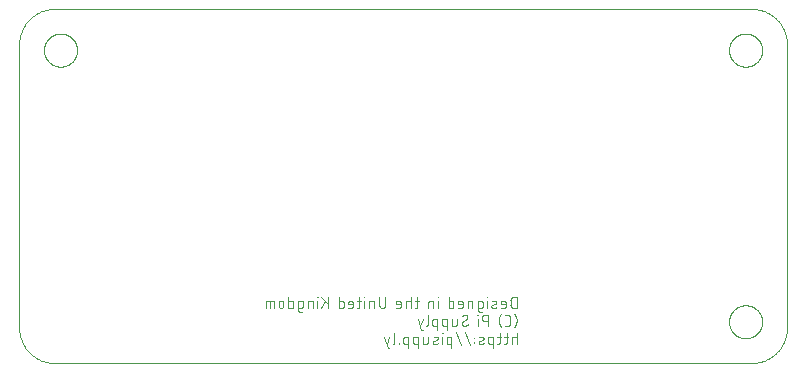
<source format=gbo>
G04 EAGLE Gerber RS-274X export*
G75*
%MOMM*%
%FSLAX34Y34*%
%LPD*%
%INBottom silk*%
%IPPOS*%
%AMOC8*
5,1,8,0,0,1.08239X$1,22.5*%
G01*
%ADD10C,0.000000*%
%ADD11C,0.076200*%


D10*
X33690Y411D02*
X623690Y411D01*
X653690Y30411D02*
X653690Y270363D01*
X623690Y300363D02*
X33690Y300363D01*
X3690Y270363D02*
X3690Y30411D01*
X3699Y29686D01*
X3725Y28962D01*
X3769Y28238D01*
X3830Y27516D01*
X3909Y26795D01*
X4005Y26076D01*
X4118Y25360D01*
X4249Y24647D01*
X4397Y23937D01*
X4562Y23232D01*
X4744Y22530D01*
X4943Y21833D01*
X5158Y21140D01*
X5391Y20454D01*
X5640Y19773D01*
X5905Y19098D01*
X6186Y18430D01*
X6484Y17769D01*
X6797Y17115D01*
X7126Y16469D01*
X7471Y15831D01*
X7831Y15202D01*
X8206Y14582D01*
X8596Y13971D01*
X9000Y13369D01*
X9419Y12777D01*
X9853Y12196D01*
X10300Y11625D01*
X10761Y11066D01*
X11235Y10517D01*
X11722Y9981D01*
X12222Y9456D01*
X12735Y8943D01*
X13260Y8443D01*
X13796Y7956D01*
X14345Y7482D01*
X14904Y7021D01*
X15475Y6574D01*
X16056Y6140D01*
X16648Y5721D01*
X17250Y5317D01*
X17861Y4927D01*
X18481Y4552D01*
X19110Y4192D01*
X19748Y3847D01*
X20394Y3518D01*
X21048Y3205D01*
X21709Y2907D01*
X22377Y2626D01*
X23052Y2361D01*
X23733Y2112D01*
X24419Y1879D01*
X25112Y1664D01*
X25809Y1465D01*
X26511Y1283D01*
X27216Y1118D01*
X27926Y970D01*
X28639Y839D01*
X29355Y726D01*
X30074Y630D01*
X30795Y551D01*
X31517Y490D01*
X32241Y446D01*
X32965Y420D01*
X33690Y411D01*
X623690Y411D02*
X624415Y420D01*
X625139Y446D01*
X625863Y490D01*
X626585Y551D01*
X627306Y630D01*
X628025Y726D01*
X628741Y839D01*
X629454Y970D01*
X630164Y1118D01*
X630869Y1283D01*
X631571Y1465D01*
X632268Y1664D01*
X632961Y1879D01*
X633647Y2112D01*
X634328Y2361D01*
X635003Y2626D01*
X635671Y2907D01*
X636332Y3205D01*
X636986Y3518D01*
X637632Y3847D01*
X638270Y4192D01*
X638899Y4552D01*
X639519Y4927D01*
X640130Y5317D01*
X640732Y5721D01*
X641324Y6140D01*
X641905Y6574D01*
X642476Y7021D01*
X643035Y7482D01*
X643584Y7956D01*
X644120Y8443D01*
X644645Y8943D01*
X645158Y9456D01*
X645658Y9981D01*
X646145Y10517D01*
X646619Y11066D01*
X647080Y11625D01*
X647527Y12196D01*
X647961Y12777D01*
X648380Y13369D01*
X648784Y13971D01*
X649174Y14582D01*
X649549Y15202D01*
X649909Y15831D01*
X650254Y16469D01*
X650583Y17115D01*
X650896Y17769D01*
X651194Y18430D01*
X651475Y19098D01*
X651740Y19773D01*
X651989Y20454D01*
X652222Y21140D01*
X652437Y21833D01*
X652636Y22530D01*
X652818Y23232D01*
X652983Y23937D01*
X653131Y24647D01*
X653262Y25360D01*
X653375Y26076D01*
X653471Y26795D01*
X653550Y27516D01*
X653611Y28238D01*
X653655Y28962D01*
X653681Y29686D01*
X653690Y30411D01*
X653690Y270363D02*
X653681Y271088D01*
X653655Y271812D01*
X653611Y272536D01*
X653550Y273258D01*
X653471Y273979D01*
X653375Y274698D01*
X653262Y275414D01*
X653131Y276127D01*
X652983Y276837D01*
X652818Y277542D01*
X652636Y278244D01*
X652437Y278941D01*
X652222Y279634D01*
X651989Y280320D01*
X651740Y281001D01*
X651475Y281676D01*
X651194Y282344D01*
X650896Y283005D01*
X650583Y283659D01*
X650254Y284305D01*
X649909Y284943D01*
X649549Y285572D01*
X649174Y286192D01*
X648784Y286803D01*
X648380Y287405D01*
X647961Y287997D01*
X647527Y288578D01*
X647080Y289149D01*
X646619Y289708D01*
X646145Y290257D01*
X645658Y290793D01*
X645158Y291318D01*
X644645Y291831D01*
X644120Y292331D01*
X643584Y292818D01*
X643035Y293292D01*
X642476Y293753D01*
X641905Y294200D01*
X641324Y294634D01*
X640732Y295053D01*
X640130Y295457D01*
X639519Y295847D01*
X638899Y296222D01*
X638270Y296582D01*
X637632Y296927D01*
X636986Y297256D01*
X636332Y297569D01*
X635671Y297867D01*
X635003Y298148D01*
X634328Y298413D01*
X633647Y298662D01*
X632961Y298895D01*
X632268Y299110D01*
X631571Y299309D01*
X630869Y299491D01*
X630164Y299656D01*
X629454Y299804D01*
X628741Y299935D01*
X628025Y300048D01*
X627306Y300144D01*
X626585Y300223D01*
X625863Y300284D01*
X625139Y300328D01*
X624415Y300354D01*
X623690Y300363D01*
X33690Y300363D02*
X32965Y300354D01*
X32241Y300328D01*
X31517Y300284D01*
X30795Y300223D01*
X30074Y300144D01*
X29355Y300048D01*
X28639Y299935D01*
X27926Y299804D01*
X27216Y299656D01*
X26511Y299491D01*
X25809Y299309D01*
X25112Y299110D01*
X24419Y298895D01*
X23733Y298662D01*
X23052Y298413D01*
X22377Y298148D01*
X21709Y297867D01*
X21048Y297569D01*
X20394Y297256D01*
X19748Y296927D01*
X19110Y296582D01*
X18481Y296222D01*
X17861Y295847D01*
X17250Y295457D01*
X16648Y295053D01*
X16056Y294634D01*
X15475Y294200D01*
X14904Y293753D01*
X14345Y293292D01*
X13796Y292818D01*
X13260Y292331D01*
X12735Y291831D01*
X12222Y291318D01*
X11722Y290793D01*
X11235Y290257D01*
X10761Y289708D01*
X10300Y289149D01*
X9853Y288578D01*
X9419Y287997D01*
X9000Y287405D01*
X8596Y286803D01*
X8206Y286192D01*
X7831Y285572D01*
X7471Y284943D01*
X7126Y284305D01*
X6797Y283659D01*
X6484Y283005D01*
X6186Y282344D01*
X5905Y281676D01*
X5640Y281001D01*
X5391Y280320D01*
X5158Y279634D01*
X4943Y278941D01*
X4744Y278244D01*
X4562Y277542D01*
X4397Y276837D01*
X4249Y276127D01*
X4118Y275414D01*
X4005Y274698D01*
X3909Y273979D01*
X3830Y273258D01*
X3769Y272536D01*
X3725Y271812D01*
X3699Y271088D01*
X3690Y270363D01*
X24690Y265363D02*
X24694Y265707D01*
X24707Y266050D01*
X24728Y266393D01*
X24757Y266735D01*
X24795Y267077D01*
X24842Y267417D01*
X24896Y267756D01*
X24959Y268094D01*
X25030Y268430D01*
X25110Y268765D01*
X25197Y269097D01*
X25293Y269427D01*
X25397Y269755D01*
X25508Y270079D01*
X25628Y270402D01*
X25756Y270721D01*
X25891Y271036D01*
X26034Y271349D01*
X26185Y271658D01*
X26343Y271963D01*
X26509Y272264D01*
X26682Y272560D01*
X26862Y272853D01*
X27049Y273141D01*
X27244Y273424D01*
X27445Y273703D01*
X27653Y273976D01*
X27868Y274245D01*
X28089Y274507D01*
X28317Y274765D01*
X28551Y275017D01*
X28791Y275262D01*
X29036Y275502D01*
X29288Y275736D01*
X29546Y275964D01*
X29808Y276185D01*
X30077Y276400D01*
X30350Y276608D01*
X30629Y276809D01*
X30912Y277004D01*
X31200Y277191D01*
X31493Y277371D01*
X31789Y277544D01*
X32090Y277710D01*
X32395Y277868D01*
X32704Y278019D01*
X33017Y278162D01*
X33332Y278297D01*
X33651Y278425D01*
X33974Y278545D01*
X34298Y278656D01*
X34626Y278760D01*
X34956Y278856D01*
X35288Y278943D01*
X35623Y279023D01*
X35959Y279094D01*
X36297Y279157D01*
X36636Y279211D01*
X36976Y279258D01*
X37318Y279296D01*
X37660Y279325D01*
X38003Y279346D01*
X38346Y279359D01*
X38690Y279363D01*
X39034Y279359D01*
X39377Y279346D01*
X39720Y279325D01*
X40062Y279296D01*
X40404Y279258D01*
X40744Y279211D01*
X41083Y279157D01*
X41421Y279094D01*
X41757Y279023D01*
X42092Y278943D01*
X42424Y278856D01*
X42754Y278760D01*
X43082Y278656D01*
X43406Y278545D01*
X43729Y278425D01*
X44048Y278297D01*
X44363Y278162D01*
X44676Y278019D01*
X44985Y277868D01*
X45290Y277710D01*
X45591Y277544D01*
X45887Y277371D01*
X46180Y277191D01*
X46468Y277004D01*
X46751Y276809D01*
X47030Y276608D01*
X47303Y276400D01*
X47572Y276185D01*
X47834Y275964D01*
X48092Y275736D01*
X48344Y275502D01*
X48589Y275262D01*
X48829Y275017D01*
X49063Y274765D01*
X49291Y274507D01*
X49512Y274245D01*
X49727Y273976D01*
X49935Y273703D01*
X50136Y273424D01*
X50331Y273141D01*
X50518Y272853D01*
X50698Y272560D01*
X50871Y272264D01*
X51037Y271963D01*
X51195Y271658D01*
X51346Y271349D01*
X51489Y271036D01*
X51624Y270721D01*
X51752Y270402D01*
X51872Y270079D01*
X51983Y269755D01*
X52087Y269427D01*
X52183Y269097D01*
X52270Y268765D01*
X52350Y268430D01*
X52421Y268094D01*
X52484Y267756D01*
X52538Y267417D01*
X52585Y267077D01*
X52623Y266735D01*
X52652Y266393D01*
X52673Y266050D01*
X52686Y265707D01*
X52690Y265363D01*
X52686Y265019D01*
X52673Y264676D01*
X52652Y264333D01*
X52623Y263991D01*
X52585Y263649D01*
X52538Y263309D01*
X52484Y262970D01*
X52421Y262632D01*
X52350Y262296D01*
X52270Y261961D01*
X52183Y261629D01*
X52087Y261299D01*
X51983Y260971D01*
X51872Y260647D01*
X51752Y260324D01*
X51624Y260005D01*
X51489Y259690D01*
X51346Y259377D01*
X51195Y259068D01*
X51037Y258763D01*
X50871Y258462D01*
X50698Y258166D01*
X50518Y257873D01*
X50331Y257585D01*
X50136Y257302D01*
X49935Y257023D01*
X49727Y256750D01*
X49512Y256481D01*
X49291Y256219D01*
X49063Y255961D01*
X48829Y255709D01*
X48589Y255464D01*
X48344Y255224D01*
X48092Y254990D01*
X47834Y254762D01*
X47572Y254541D01*
X47303Y254326D01*
X47030Y254118D01*
X46751Y253917D01*
X46468Y253722D01*
X46180Y253535D01*
X45887Y253355D01*
X45591Y253182D01*
X45290Y253016D01*
X44985Y252858D01*
X44676Y252707D01*
X44363Y252564D01*
X44048Y252429D01*
X43729Y252301D01*
X43406Y252181D01*
X43082Y252070D01*
X42754Y251966D01*
X42424Y251870D01*
X42092Y251783D01*
X41757Y251703D01*
X41421Y251632D01*
X41083Y251569D01*
X40744Y251515D01*
X40404Y251468D01*
X40062Y251430D01*
X39720Y251401D01*
X39377Y251380D01*
X39034Y251367D01*
X38690Y251363D01*
X38346Y251367D01*
X38003Y251380D01*
X37660Y251401D01*
X37318Y251430D01*
X36976Y251468D01*
X36636Y251515D01*
X36297Y251569D01*
X35959Y251632D01*
X35623Y251703D01*
X35288Y251783D01*
X34956Y251870D01*
X34626Y251966D01*
X34298Y252070D01*
X33974Y252181D01*
X33651Y252301D01*
X33332Y252429D01*
X33017Y252564D01*
X32704Y252707D01*
X32395Y252858D01*
X32090Y253016D01*
X31789Y253182D01*
X31493Y253355D01*
X31200Y253535D01*
X30912Y253722D01*
X30629Y253917D01*
X30350Y254118D01*
X30077Y254326D01*
X29808Y254541D01*
X29546Y254762D01*
X29288Y254990D01*
X29036Y255224D01*
X28791Y255464D01*
X28551Y255709D01*
X28317Y255961D01*
X28089Y256219D01*
X27868Y256481D01*
X27653Y256750D01*
X27445Y257023D01*
X27244Y257302D01*
X27049Y257585D01*
X26862Y257873D01*
X26682Y258166D01*
X26509Y258462D01*
X26343Y258763D01*
X26185Y259068D01*
X26034Y259377D01*
X25891Y259690D01*
X25756Y260005D01*
X25628Y260324D01*
X25508Y260647D01*
X25397Y260971D01*
X25293Y261299D01*
X25197Y261629D01*
X25110Y261961D01*
X25030Y262296D01*
X24959Y262632D01*
X24896Y262970D01*
X24842Y263309D01*
X24795Y263649D01*
X24757Y263991D01*
X24728Y264333D01*
X24707Y264676D01*
X24694Y265019D01*
X24690Y265363D01*
X604690Y265363D02*
X604694Y265707D01*
X604707Y266050D01*
X604728Y266393D01*
X604757Y266735D01*
X604795Y267077D01*
X604842Y267417D01*
X604896Y267756D01*
X604959Y268094D01*
X605030Y268430D01*
X605110Y268765D01*
X605197Y269097D01*
X605293Y269427D01*
X605397Y269755D01*
X605508Y270079D01*
X605628Y270402D01*
X605756Y270721D01*
X605891Y271036D01*
X606034Y271349D01*
X606185Y271658D01*
X606343Y271963D01*
X606509Y272264D01*
X606682Y272560D01*
X606862Y272853D01*
X607049Y273141D01*
X607244Y273424D01*
X607445Y273703D01*
X607653Y273976D01*
X607868Y274245D01*
X608089Y274507D01*
X608317Y274765D01*
X608551Y275017D01*
X608791Y275262D01*
X609036Y275502D01*
X609288Y275736D01*
X609546Y275964D01*
X609808Y276185D01*
X610077Y276400D01*
X610350Y276608D01*
X610629Y276809D01*
X610912Y277004D01*
X611200Y277191D01*
X611493Y277371D01*
X611789Y277544D01*
X612090Y277710D01*
X612395Y277868D01*
X612704Y278019D01*
X613017Y278162D01*
X613332Y278297D01*
X613651Y278425D01*
X613974Y278545D01*
X614298Y278656D01*
X614626Y278760D01*
X614956Y278856D01*
X615288Y278943D01*
X615623Y279023D01*
X615959Y279094D01*
X616297Y279157D01*
X616636Y279211D01*
X616976Y279258D01*
X617318Y279296D01*
X617660Y279325D01*
X618003Y279346D01*
X618346Y279359D01*
X618690Y279363D01*
X619034Y279359D01*
X619377Y279346D01*
X619720Y279325D01*
X620062Y279296D01*
X620404Y279258D01*
X620744Y279211D01*
X621083Y279157D01*
X621421Y279094D01*
X621757Y279023D01*
X622092Y278943D01*
X622424Y278856D01*
X622754Y278760D01*
X623082Y278656D01*
X623406Y278545D01*
X623729Y278425D01*
X624048Y278297D01*
X624363Y278162D01*
X624676Y278019D01*
X624985Y277868D01*
X625290Y277710D01*
X625591Y277544D01*
X625887Y277371D01*
X626180Y277191D01*
X626468Y277004D01*
X626751Y276809D01*
X627030Y276608D01*
X627303Y276400D01*
X627572Y276185D01*
X627834Y275964D01*
X628092Y275736D01*
X628344Y275502D01*
X628589Y275262D01*
X628829Y275017D01*
X629063Y274765D01*
X629291Y274507D01*
X629512Y274245D01*
X629727Y273976D01*
X629935Y273703D01*
X630136Y273424D01*
X630331Y273141D01*
X630518Y272853D01*
X630698Y272560D01*
X630871Y272264D01*
X631037Y271963D01*
X631195Y271658D01*
X631346Y271349D01*
X631489Y271036D01*
X631624Y270721D01*
X631752Y270402D01*
X631872Y270079D01*
X631983Y269755D01*
X632087Y269427D01*
X632183Y269097D01*
X632270Y268765D01*
X632350Y268430D01*
X632421Y268094D01*
X632484Y267756D01*
X632538Y267417D01*
X632585Y267077D01*
X632623Y266735D01*
X632652Y266393D01*
X632673Y266050D01*
X632686Y265707D01*
X632690Y265363D01*
X632686Y265019D01*
X632673Y264676D01*
X632652Y264333D01*
X632623Y263991D01*
X632585Y263649D01*
X632538Y263309D01*
X632484Y262970D01*
X632421Y262632D01*
X632350Y262296D01*
X632270Y261961D01*
X632183Y261629D01*
X632087Y261299D01*
X631983Y260971D01*
X631872Y260647D01*
X631752Y260324D01*
X631624Y260005D01*
X631489Y259690D01*
X631346Y259377D01*
X631195Y259068D01*
X631037Y258763D01*
X630871Y258462D01*
X630698Y258166D01*
X630518Y257873D01*
X630331Y257585D01*
X630136Y257302D01*
X629935Y257023D01*
X629727Y256750D01*
X629512Y256481D01*
X629291Y256219D01*
X629063Y255961D01*
X628829Y255709D01*
X628589Y255464D01*
X628344Y255224D01*
X628092Y254990D01*
X627834Y254762D01*
X627572Y254541D01*
X627303Y254326D01*
X627030Y254118D01*
X626751Y253917D01*
X626468Y253722D01*
X626180Y253535D01*
X625887Y253355D01*
X625591Y253182D01*
X625290Y253016D01*
X624985Y252858D01*
X624676Y252707D01*
X624363Y252564D01*
X624048Y252429D01*
X623729Y252301D01*
X623406Y252181D01*
X623082Y252070D01*
X622754Y251966D01*
X622424Y251870D01*
X622092Y251783D01*
X621757Y251703D01*
X621421Y251632D01*
X621083Y251569D01*
X620744Y251515D01*
X620404Y251468D01*
X620062Y251430D01*
X619720Y251401D01*
X619377Y251380D01*
X619034Y251367D01*
X618690Y251363D01*
X618346Y251367D01*
X618003Y251380D01*
X617660Y251401D01*
X617318Y251430D01*
X616976Y251468D01*
X616636Y251515D01*
X616297Y251569D01*
X615959Y251632D01*
X615623Y251703D01*
X615288Y251783D01*
X614956Y251870D01*
X614626Y251966D01*
X614298Y252070D01*
X613974Y252181D01*
X613651Y252301D01*
X613332Y252429D01*
X613017Y252564D01*
X612704Y252707D01*
X612395Y252858D01*
X612090Y253016D01*
X611789Y253182D01*
X611493Y253355D01*
X611200Y253535D01*
X610912Y253722D01*
X610629Y253917D01*
X610350Y254118D01*
X610077Y254326D01*
X609808Y254541D01*
X609546Y254762D01*
X609288Y254990D01*
X609036Y255224D01*
X608791Y255464D01*
X608551Y255709D01*
X608317Y255961D01*
X608089Y256219D01*
X607868Y256481D01*
X607653Y256750D01*
X607445Y257023D01*
X607244Y257302D01*
X607049Y257585D01*
X606862Y257873D01*
X606682Y258166D01*
X606509Y258462D01*
X606343Y258763D01*
X606185Y259068D01*
X606034Y259377D01*
X605891Y259690D01*
X605756Y260005D01*
X605628Y260324D01*
X605508Y260647D01*
X605397Y260971D01*
X605293Y261299D01*
X605197Y261629D01*
X605110Y261961D01*
X605030Y262296D01*
X604959Y262632D01*
X604896Y262970D01*
X604842Y263309D01*
X604795Y263649D01*
X604757Y263991D01*
X604728Y264333D01*
X604707Y264676D01*
X604694Y265019D01*
X604690Y265363D01*
X604690Y35411D02*
X604694Y35755D01*
X604707Y36098D01*
X604728Y36441D01*
X604757Y36783D01*
X604795Y37125D01*
X604842Y37465D01*
X604896Y37804D01*
X604959Y38142D01*
X605030Y38478D01*
X605110Y38813D01*
X605197Y39145D01*
X605293Y39475D01*
X605397Y39803D01*
X605508Y40127D01*
X605628Y40450D01*
X605756Y40769D01*
X605891Y41084D01*
X606034Y41397D01*
X606185Y41706D01*
X606343Y42011D01*
X606509Y42312D01*
X606682Y42608D01*
X606862Y42901D01*
X607049Y43189D01*
X607244Y43472D01*
X607445Y43751D01*
X607653Y44024D01*
X607868Y44293D01*
X608089Y44555D01*
X608317Y44813D01*
X608551Y45065D01*
X608791Y45310D01*
X609036Y45550D01*
X609288Y45784D01*
X609546Y46012D01*
X609808Y46233D01*
X610077Y46448D01*
X610350Y46656D01*
X610629Y46857D01*
X610912Y47052D01*
X611200Y47239D01*
X611493Y47419D01*
X611789Y47592D01*
X612090Y47758D01*
X612395Y47916D01*
X612704Y48067D01*
X613017Y48210D01*
X613332Y48345D01*
X613651Y48473D01*
X613974Y48593D01*
X614298Y48704D01*
X614626Y48808D01*
X614956Y48904D01*
X615288Y48991D01*
X615623Y49071D01*
X615959Y49142D01*
X616297Y49205D01*
X616636Y49259D01*
X616976Y49306D01*
X617318Y49344D01*
X617660Y49373D01*
X618003Y49394D01*
X618346Y49407D01*
X618690Y49411D01*
X619034Y49407D01*
X619377Y49394D01*
X619720Y49373D01*
X620062Y49344D01*
X620404Y49306D01*
X620744Y49259D01*
X621083Y49205D01*
X621421Y49142D01*
X621757Y49071D01*
X622092Y48991D01*
X622424Y48904D01*
X622754Y48808D01*
X623082Y48704D01*
X623406Y48593D01*
X623729Y48473D01*
X624048Y48345D01*
X624363Y48210D01*
X624676Y48067D01*
X624985Y47916D01*
X625290Y47758D01*
X625591Y47592D01*
X625887Y47419D01*
X626180Y47239D01*
X626468Y47052D01*
X626751Y46857D01*
X627030Y46656D01*
X627303Y46448D01*
X627572Y46233D01*
X627834Y46012D01*
X628092Y45784D01*
X628344Y45550D01*
X628589Y45310D01*
X628829Y45065D01*
X629063Y44813D01*
X629291Y44555D01*
X629512Y44293D01*
X629727Y44024D01*
X629935Y43751D01*
X630136Y43472D01*
X630331Y43189D01*
X630518Y42901D01*
X630698Y42608D01*
X630871Y42312D01*
X631037Y42011D01*
X631195Y41706D01*
X631346Y41397D01*
X631489Y41084D01*
X631624Y40769D01*
X631752Y40450D01*
X631872Y40127D01*
X631983Y39803D01*
X632087Y39475D01*
X632183Y39145D01*
X632270Y38813D01*
X632350Y38478D01*
X632421Y38142D01*
X632484Y37804D01*
X632538Y37465D01*
X632585Y37125D01*
X632623Y36783D01*
X632652Y36441D01*
X632673Y36098D01*
X632686Y35755D01*
X632690Y35411D01*
X632686Y35067D01*
X632673Y34724D01*
X632652Y34381D01*
X632623Y34039D01*
X632585Y33697D01*
X632538Y33357D01*
X632484Y33018D01*
X632421Y32680D01*
X632350Y32344D01*
X632270Y32009D01*
X632183Y31677D01*
X632087Y31347D01*
X631983Y31019D01*
X631872Y30695D01*
X631752Y30372D01*
X631624Y30053D01*
X631489Y29738D01*
X631346Y29425D01*
X631195Y29116D01*
X631037Y28811D01*
X630871Y28510D01*
X630698Y28214D01*
X630518Y27921D01*
X630331Y27633D01*
X630136Y27350D01*
X629935Y27071D01*
X629727Y26798D01*
X629512Y26529D01*
X629291Y26267D01*
X629063Y26009D01*
X628829Y25757D01*
X628589Y25512D01*
X628344Y25272D01*
X628092Y25038D01*
X627834Y24810D01*
X627572Y24589D01*
X627303Y24374D01*
X627030Y24166D01*
X626751Y23965D01*
X626468Y23770D01*
X626180Y23583D01*
X625887Y23403D01*
X625591Y23230D01*
X625290Y23064D01*
X624985Y22906D01*
X624676Y22755D01*
X624363Y22612D01*
X624048Y22477D01*
X623729Y22349D01*
X623406Y22229D01*
X623082Y22118D01*
X622754Y22014D01*
X622424Y21918D01*
X622092Y21831D01*
X621757Y21751D01*
X621421Y21680D01*
X621083Y21617D01*
X620744Y21563D01*
X620404Y21516D01*
X620062Y21478D01*
X619720Y21449D01*
X619377Y21428D01*
X619034Y21415D01*
X618690Y21411D01*
X618346Y21415D01*
X618003Y21428D01*
X617660Y21449D01*
X617318Y21478D01*
X616976Y21516D01*
X616636Y21563D01*
X616297Y21617D01*
X615959Y21680D01*
X615623Y21751D01*
X615288Y21831D01*
X614956Y21918D01*
X614626Y22014D01*
X614298Y22118D01*
X613974Y22229D01*
X613651Y22349D01*
X613332Y22477D01*
X613017Y22612D01*
X612704Y22755D01*
X612395Y22906D01*
X612090Y23064D01*
X611789Y23230D01*
X611493Y23403D01*
X611200Y23583D01*
X610912Y23770D01*
X610629Y23965D01*
X610350Y24166D01*
X610077Y24374D01*
X609808Y24589D01*
X609546Y24810D01*
X609288Y25038D01*
X609036Y25272D01*
X608791Y25512D01*
X608551Y25757D01*
X608317Y26009D01*
X608089Y26267D01*
X607868Y26529D01*
X607653Y26798D01*
X607445Y27071D01*
X607244Y27350D01*
X607049Y27633D01*
X606862Y27921D01*
X606682Y28214D01*
X606509Y28510D01*
X606343Y28811D01*
X606185Y29116D01*
X606034Y29425D01*
X605891Y29738D01*
X605756Y30053D01*
X605628Y30372D01*
X605508Y30695D01*
X605397Y31019D01*
X605293Y31347D01*
X605197Y31677D01*
X605110Y32009D01*
X605030Y32344D01*
X604959Y32680D01*
X604896Y33018D01*
X604842Y33357D01*
X604795Y33697D01*
X604757Y34039D01*
X604728Y34381D01*
X604707Y34724D01*
X604694Y35067D01*
X604690Y35411D01*
D11*
X424878Y47113D02*
X424878Y56511D01*
X422267Y56511D01*
X422167Y56509D01*
X422067Y56503D01*
X421968Y56494D01*
X421868Y56480D01*
X421770Y56463D01*
X421672Y56442D01*
X421575Y56418D01*
X421479Y56389D01*
X421384Y56357D01*
X421291Y56322D01*
X421199Y56283D01*
X421108Y56240D01*
X421020Y56194D01*
X420933Y56144D01*
X420848Y56092D01*
X420765Y56036D01*
X420684Y55977D01*
X420606Y55914D01*
X420530Y55849D01*
X420456Y55781D01*
X420386Y55711D01*
X420318Y55637D01*
X420253Y55561D01*
X420190Y55483D01*
X420131Y55402D01*
X420075Y55319D01*
X420023Y55234D01*
X419973Y55147D01*
X419927Y55059D01*
X419884Y54968D01*
X419845Y54876D01*
X419810Y54783D01*
X419778Y54688D01*
X419749Y54592D01*
X419725Y54495D01*
X419704Y54397D01*
X419687Y54299D01*
X419673Y54199D01*
X419664Y54100D01*
X419658Y54000D01*
X419656Y53900D01*
X419657Y53900D02*
X419657Y49723D01*
X419656Y49723D02*
X419658Y49623D01*
X419664Y49523D01*
X419673Y49424D01*
X419687Y49324D01*
X419704Y49226D01*
X419725Y49128D01*
X419749Y49031D01*
X419778Y48935D01*
X419810Y48840D01*
X419845Y48747D01*
X419884Y48655D01*
X419927Y48564D01*
X419973Y48476D01*
X420023Y48389D01*
X420075Y48304D01*
X420131Y48221D01*
X420190Y48140D01*
X420253Y48062D01*
X420318Y47986D01*
X420386Y47912D01*
X420456Y47842D01*
X420530Y47774D01*
X420606Y47709D01*
X420684Y47646D01*
X420765Y47587D01*
X420848Y47531D01*
X420933Y47479D01*
X421020Y47429D01*
X421108Y47383D01*
X421199Y47340D01*
X421291Y47301D01*
X421384Y47266D01*
X421479Y47234D01*
X421575Y47205D01*
X421672Y47181D01*
X421770Y47160D01*
X421868Y47143D01*
X421968Y47129D01*
X422067Y47120D01*
X422167Y47114D01*
X422267Y47112D01*
X422267Y47113D02*
X424878Y47113D01*
X413950Y47113D02*
X411340Y47113D01*
X413950Y47113D02*
X414027Y47115D01*
X414103Y47121D01*
X414180Y47130D01*
X414256Y47143D01*
X414331Y47160D01*
X414405Y47180D01*
X414478Y47205D01*
X414549Y47232D01*
X414620Y47263D01*
X414688Y47298D01*
X414755Y47336D01*
X414820Y47377D01*
X414883Y47421D01*
X414943Y47468D01*
X415002Y47519D01*
X415057Y47572D01*
X415110Y47627D01*
X415161Y47686D01*
X415208Y47746D01*
X415252Y47809D01*
X415293Y47874D01*
X415331Y47941D01*
X415366Y48009D01*
X415397Y48080D01*
X415424Y48151D01*
X415449Y48224D01*
X415469Y48298D01*
X415486Y48373D01*
X415499Y48449D01*
X415508Y48526D01*
X415514Y48602D01*
X415516Y48679D01*
X415517Y48679D02*
X415517Y51290D01*
X415516Y51290D02*
X415514Y51380D01*
X415508Y51469D01*
X415499Y51559D01*
X415485Y51648D01*
X415468Y51736D01*
X415447Y51823D01*
X415422Y51910D01*
X415393Y51995D01*
X415361Y52079D01*
X415326Y52161D01*
X415286Y52242D01*
X415244Y52321D01*
X415198Y52398D01*
X415148Y52473D01*
X415096Y52546D01*
X415040Y52617D01*
X414982Y52685D01*
X414920Y52750D01*
X414856Y52813D01*
X414789Y52873D01*
X414720Y52930D01*
X414648Y52984D01*
X414574Y53035D01*
X414498Y53083D01*
X414420Y53127D01*
X414340Y53168D01*
X414258Y53206D01*
X414175Y53240D01*
X414090Y53270D01*
X414004Y53297D01*
X413918Y53320D01*
X413830Y53339D01*
X413741Y53354D01*
X413652Y53366D01*
X413563Y53374D01*
X413473Y53378D01*
X413383Y53378D01*
X413293Y53374D01*
X413204Y53366D01*
X413115Y53354D01*
X413026Y53339D01*
X412938Y53320D01*
X412852Y53297D01*
X412766Y53270D01*
X412681Y53240D01*
X412598Y53206D01*
X412516Y53168D01*
X412436Y53127D01*
X412358Y53083D01*
X412282Y53035D01*
X412208Y52984D01*
X412136Y52930D01*
X412067Y52873D01*
X412000Y52813D01*
X411936Y52750D01*
X411874Y52685D01*
X411816Y52617D01*
X411760Y52546D01*
X411708Y52473D01*
X411658Y52398D01*
X411612Y52321D01*
X411570Y52242D01*
X411530Y52161D01*
X411495Y52079D01*
X411463Y51995D01*
X411434Y51910D01*
X411409Y51823D01*
X411388Y51736D01*
X411371Y51648D01*
X411357Y51559D01*
X411348Y51469D01*
X411342Y51380D01*
X411340Y51290D01*
X411340Y50246D01*
X415517Y50246D01*
X406809Y50768D02*
X404198Y49723D01*
X406809Y50768D02*
X406875Y50796D01*
X406940Y50829D01*
X407003Y50864D01*
X407064Y50903D01*
X407123Y50945D01*
X407179Y50990D01*
X407233Y51038D01*
X407284Y51089D01*
X407333Y51142D01*
X407378Y51199D01*
X407421Y51257D01*
X407460Y51317D01*
X407497Y51380D01*
X407529Y51445D01*
X407558Y51511D01*
X407584Y51578D01*
X407606Y51647D01*
X407624Y51717D01*
X407639Y51788D01*
X407650Y51859D01*
X407657Y51931D01*
X407660Y52003D01*
X407659Y52075D01*
X407654Y52148D01*
X407646Y52219D01*
X407634Y52291D01*
X407618Y52361D01*
X407598Y52430D01*
X407574Y52499D01*
X407547Y52566D01*
X407517Y52631D01*
X407483Y52695D01*
X407445Y52757D01*
X407405Y52817D01*
X407361Y52874D01*
X407314Y52929D01*
X407264Y52982D01*
X407212Y53031D01*
X407157Y53078D01*
X407100Y53122D01*
X407040Y53163D01*
X406978Y53200D01*
X406914Y53235D01*
X406849Y53265D01*
X406782Y53293D01*
X406714Y53316D01*
X406644Y53336D01*
X406574Y53352D01*
X406503Y53365D01*
X406431Y53373D01*
X406359Y53378D01*
X406287Y53379D01*
X406286Y53378D02*
X406135Y53374D01*
X405984Y53366D01*
X405833Y53355D01*
X405682Y53339D01*
X405532Y53319D01*
X405382Y53296D01*
X405233Y53269D01*
X405085Y53238D01*
X404937Y53203D01*
X404791Y53165D01*
X404645Y53122D01*
X404501Y53076D01*
X404358Y53027D01*
X404216Y52974D01*
X404076Y52917D01*
X403937Y52856D01*
X404198Y49724D02*
X404132Y49696D01*
X404067Y49663D01*
X404004Y49628D01*
X403943Y49589D01*
X403884Y49547D01*
X403828Y49502D01*
X403774Y49454D01*
X403723Y49403D01*
X403674Y49350D01*
X403629Y49293D01*
X403586Y49235D01*
X403547Y49175D01*
X403510Y49112D01*
X403478Y49047D01*
X403449Y48981D01*
X403423Y48914D01*
X403401Y48845D01*
X403383Y48775D01*
X403368Y48704D01*
X403357Y48633D01*
X403350Y48561D01*
X403347Y48489D01*
X403348Y48417D01*
X403353Y48344D01*
X403361Y48273D01*
X403373Y48201D01*
X403389Y48131D01*
X403409Y48062D01*
X403433Y47993D01*
X403460Y47926D01*
X403490Y47861D01*
X403524Y47797D01*
X403562Y47735D01*
X403602Y47675D01*
X403646Y47618D01*
X403693Y47563D01*
X403743Y47510D01*
X403795Y47461D01*
X403850Y47414D01*
X403907Y47370D01*
X403967Y47329D01*
X404029Y47292D01*
X404093Y47257D01*
X404158Y47227D01*
X404225Y47199D01*
X404293Y47176D01*
X404363Y47156D01*
X404433Y47140D01*
X404504Y47127D01*
X404576Y47119D01*
X404648Y47114D01*
X404720Y47113D01*
X404930Y47118D01*
X405139Y47129D01*
X405348Y47144D01*
X405556Y47164D01*
X405764Y47190D01*
X405971Y47220D01*
X406178Y47255D01*
X406383Y47295D01*
X406588Y47339D01*
X406791Y47389D01*
X406994Y47443D01*
X407195Y47503D01*
X407394Y47566D01*
X407592Y47635D01*
X399712Y47113D02*
X399712Y53378D01*
X399973Y55989D02*
X399973Y56511D01*
X399451Y56511D01*
X399451Y55989D01*
X399973Y55989D01*
X394489Y47113D02*
X391878Y47113D01*
X394489Y47113D02*
X394566Y47115D01*
X394642Y47121D01*
X394719Y47130D01*
X394795Y47143D01*
X394870Y47160D01*
X394944Y47180D01*
X395017Y47205D01*
X395088Y47232D01*
X395159Y47263D01*
X395227Y47298D01*
X395294Y47336D01*
X395359Y47377D01*
X395422Y47421D01*
X395482Y47468D01*
X395541Y47519D01*
X395596Y47572D01*
X395649Y47627D01*
X395700Y47686D01*
X395747Y47746D01*
X395791Y47809D01*
X395832Y47874D01*
X395870Y47941D01*
X395905Y48009D01*
X395936Y48080D01*
X395963Y48151D01*
X395988Y48224D01*
X396008Y48298D01*
X396025Y48373D01*
X396038Y48449D01*
X396047Y48526D01*
X396053Y48602D01*
X396055Y48679D01*
X396055Y51812D01*
X396053Y51889D01*
X396047Y51965D01*
X396038Y52042D01*
X396025Y52118D01*
X396008Y52193D01*
X395988Y52267D01*
X395963Y52340D01*
X395936Y52411D01*
X395905Y52482D01*
X395870Y52550D01*
X395832Y52617D01*
X395791Y52682D01*
X395747Y52745D01*
X395700Y52805D01*
X395649Y52864D01*
X395596Y52919D01*
X395541Y52972D01*
X395482Y53023D01*
X395422Y53070D01*
X395359Y53114D01*
X395294Y53155D01*
X395227Y53193D01*
X395159Y53228D01*
X395088Y53259D01*
X395017Y53286D01*
X394944Y53311D01*
X394870Y53331D01*
X394795Y53348D01*
X394719Y53361D01*
X394642Y53370D01*
X394566Y53376D01*
X394489Y53378D01*
X391878Y53378D01*
X391878Y45547D01*
X391879Y45547D02*
X391881Y45470D01*
X391887Y45394D01*
X391896Y45317D01*
X391909Y45241D01*
X391926Y45166D01*
X391946Y45092D01*
X391971Y45019D01*
X391998Y44948D01*
X392029Y44877D01*
X392064Y44809D01*
X392102Y44742D01*
X392143Y44677D01*
X392187Y44614D01*
X392234Y44554D01*
X392285Y44495D01*
X392338Y44440D01*
X392393Y44387D01*
X392452Y44336D01*
X392512Y44289D01*
X392575Y44245D01*
X392640Y44204D01*
X392707Y44166D01*
X392775Y44131D01*
X392846Y44100D01*
X392917Y44073D01*
X392990Y44048D01*
X393064Y44028D01*
X393139Y44011D01*
X393215Y43998D01*
X393292Y43989D01*
X393368Y43983D01*
X393445Y43981D01*
X393445Y43980D02*
X395533Y43980D01*
X387475Y47113D02*
X387475Y53378D01*
X384865Y53378D01*
X384788Y53376D01*
X384712Y53370D01*
X384635Y53361D01*
X384559Y53348D01*
X384485Y53331D01*
X384410Y53311D01*
X384337Y53286D01*
X384266Y53259D01*
X384195Y53228D01*
X384127Y53193D01*
X384060Y53155D01*
X383995Y53114D01*
X383932Y53070D01*
X383872Y53023D01*
X383813Y52972D01*
X383758Y52919D01*
X383705Y52864D01*
X383654Y52805D01*
X383607Y52745D01*
X383563Y52682D01*
X383522Y52617D01*
X383484Y52550D01*
X383449Y52482D01*
X383418Y52411D01*
X383391Y52340D01*
X383366Y52267D01*
X383346Y52193D01*
X383329Y52118D01*
X383316Y52042D01*
X383307Y51966D01*
X383301Y51889D01*
X383299Y51812D01*
X383298Y51812D02*
X383298Y47113D01*
X377679Y47113D02*
X375069Y47113D01*
X377679Y47113D02*
X377756Y47115D01*
X377832Y47121D01*
X377909Y47130D01*
X377985Y47143D01*
X378060Y47160D01*
X378134Y47180D01*
X378207Y47205D01*
X378278Y47232D01*
X378349Y47263D01*
X378417Y47298D01*
X378484Y47336D01*
X378549Y47377D01*
X378612Y47421D01*
X378672Y47468D01*
X378731Y47519D01*
X378786Y47572D01*
X378839Y47627D01*
X378890Y47686D01*
X378937Y47746D01*
X378981Y47809D01*
X379022Y47874D01*
X379060Y47941D01*
X379095Y48009D01*
X379126Y48080D01*
X379153Y48151D01*
X379178Y48224D01*
X379198Y48298D01*
X379215Y48373D01*
X379228Y48449D01*
X379237Y48526D01*
X379243Y48602D01*
X379245Y48679D01*
X379246Y48679D02*
X379246Y51290D01*
X379245Y51290D02*
X379243Y51380D01*
X379237Y51469D01*
X379228Y51559D01*
X379214Y51648D01*
X379197Y51736D01*
X379176Y51823D01*
X379151Y51910D01*
X379122Y51995D01*
X379090Y52079D01*
X379055Y52161D01*
X379015Y52242D01*
X378973Y52321D01*
X378927Y52398D01*
X378877Y52473D01*
X378825Y52546D01*
X378769Y52617D01*
X378711Y52685D01*
X378649Y52750D01*
X378585Y52813D01*
X378518Y52873D01*
X378449Y52930D01*
X378377Y52984D01*
X378303Y53035D01*
X378227Y53083D01*
X378149Y53127D01*
X378069Y53168D01*
X377987Y53206D01*
X377904Y53240D01*
X377819Y53270D01*
X377733Y53297D01*
X377647Y53320D01*
X377559Y53339D01*
X377470Y53354D01*
X377381Y53366D01*
X377292Y53374D01*
X377202Y53378D01*
X377112Y53378D01*
X377022Y53374D01*
X376933Y53366D01*
X376844Y53354D01*
X376755Y53339D01*
X376667Y53320D01*
X376581Y53297D01*
X376495Y53270D01*
X376410Y53240D01*
X376327Y53206D01*
X376245Y53168D01*
X376165Y53127D01*
X376087Y53083D01*
X376011Y53035D01*
X375937Y52984D01*
X375865Y52930D01*
X375796Y52873D01*
X375729Y52813D01*
X375665Y52750D01*
X375603Y52685D01*
X375545Y52617D01*
X375489Y52546D01*
X375437Y52473D01*
X375387Y52398D01*
X375341Y52321D01*
X375299Y52242D01*
X375259Y52161D01*
X375224Y52079D01*
X375192Y51995D01*
X375163Y51910D01*
X375138Y51823D01*
X375117Y51736D01*
X375100Y51648D01*
X375086Y51559D01*
X375077Y51469D01*
X375071Y51380D01*
X375069Y51290D01*
X375069Y50246D01*
X379246Y50246D01*
X367190Y47113D02*
X367190Y56511D01*
X367190Y47113D02*
X369800Y47113D01*
X369877Y47115D01*
X369953Y47121D01*
X370030Y47130D01*
X370106Y47143D01*
X370181Y47160D01*
X370255Y47180D01*
X370328Y47205D01*
X370399Y47232D01*
X370470Y47263D01*
X370538Y47298D01*
X370605Y47336D01*
X370670Y47377D01*
X370733Y47421D01*
X370793Y47468D01*
X370852Y47519D01*
X370907Y47572D01*
X370960Y47627D01*
X371011Y47686D01*
X371058Y47746D01*
X371102Y47809D01*
X371143Y47874D01*
X371181Y47941D01*
X371216Y48009D01*
X371247Y48080D01*
X371274Y48151D01*
X371299Y48224D01*
X371319Y48298D01*
X371336Y48373D01*
X371349Y48449D01*
X371358Y48526D01*
X371364Y48602D01*
X371366Y48679D01*
X371367Y48679D02*
X371367Y51812D01*
X371366Y51812D02*
X371364Y51889D01*
X371358Y51965D01*
X371349Y52042D01*
X371336Y52118D01*
X371319Y52193D01*
X371299Y52267D01*
X371274Y52340D01*
X371247Y52411D01*
X371216Y52482D01*
X371181Y52550D01*
X371143Y52617D01*
X371102Y52682D01*
X371058Y52745D01*
X371011Y52805D01*
X370960Y52864D01*
X370907Y52919D01*
X370852Y52972D01*
X370793Y53023D01*
X370733Y53070D01*
X370670Y53114D01*
X370605Y53155D01*
X370538Y53193D01*
X370470Y53228D01*
X370399Y53259D01*
X370328Y53286D01*
X370255Y53311D01*
X370181Y53331D01*
X370106Y53348D01*
X370030Y53361D01*
X369953Y53370D01*
X369877Y53376D01*
X369800Y53378D01*
X367190Y53378D01*
X358260Y53378D02*
X358260Y47113D01*
X358521Y55989D02*
X358521Y56511D01*
X357999Y56511D01*
X357999Y55989D01*
X358521Y55989D01*
X354252Y53378D02*
X354252Y47113D01*
X354252Y53378D02*
X351642Y53378D01*
X351565Y53376D01*
X351489Y53370D01*
X351412Y53361D01*
X351336Y53348D01*
X351262Y53331D01*
X351187Y53311D01*
X351114Y53286D01*
X351043Y53259D01*
X350972Y53228D01*
X350904Y53193D01*
X350837Y53155D01*
X350772Y53114D01*
X350709Y53070D01*
X350649Y53023D01*
X350590Y52972D01*
X350535Y52919D01*
X350482Y52864D01*
X350431Y52805D01*
X350384Y52745D01*
X350340Y52682D01*
X350299Y52617D01*
X350261Y52550D01*
X350226Y52482D01*
X350195Y52411D01*
X350168Y52340D01*
X350143Y52267D01*
X350123Y52193D01*
X350106Y52118D01*
X350093Y52042D01*
X350084Y51966D01*
X350078Y51889D01*
X350076Y51812D01*
X350075Y51812D02*
X350075Y47113D01*
X341915Y53378D02*
X338782Y53378D01*
X340870Y56511D02*
X340870Y48679D01*
X340868Y48602D01*
X340862Y48526D01*
X340853Y48449D01*
X340840Y48373D01*
X340823Y48298D01*
X340803Y48224D01*
X340778Y48151D01*
X340751Y48080D01*
X340720Y48009D01*
X340685Y47941D01*
X340647Y47874D01*
X340606Y47809D01*
X340562Y47746D01*
X340515Y47686D01*
X340464Y47627D01*
X340411Y47572D01*
X340356Y47519D01*
X340297Y47468D01*
X340237Y47421D01*
X340174Y47377D01*
X340109Y47336D01*
X340042Y47298D01*
X339974Y47263D01*
X339903Y47232D01*
X339832Y47205D01*
X339759Y47180D01*
X339685Y47160D01*
X339610Y47143D01*
X339534Y47130D01*
X339457Y47121D01*
X339381Y47115D01*
X339304Y47113D01*
X338782Y47113D01*
X335050Y47113D02*
X335050Y56511D01*
X335050Y53378D02*
X332439Y53378D01*
X332362Y53376D01*
X332286Y53370D01*
X332209Y53361D01*
X332133Y53348D01*
X332059Y53331D01*
X331984Y53311D01*
X331911Y53286D01*
X331840Y53259D01*
X331769Y53228D01*
X331701Y53193D01*
X331634Y53155D01*
X331569Y53114D01*
X331506Y53070D01*
X331446Y53023D01*
X331387Y52972D01*
X331332Y52919D01*
X331279Y52864D01*
X331228Y52805D01*
X331181Y52745D01*
X331137Y52682D01*
X331096Y52617D01*
X331058Y52550D01*
X331023Y52482D01*
X330992Y52411D01*
X330965Y52340D01*
X330940Y52267D01*
X330920Y52193D01*
X330903Y52118D01*
X330890Y52042D01*
X330881Y51966D01*
X330875Y51889D01*
X330873Y51812D01*
X330873Y47113D01*
X325254Y47113D02*
X322644Y47113D01*
X325254Y47113D02*
X325331Y47115D01*
X325407Y47121D01*
X325484Y47130D01*
X325560Y47143D01*
X325635Y47160D01*
X325709Y47180D01*
X325782Y47205D01*
X325853Y47232D01*
X325924Y47263D01*
X325992Y47298D01*
X326059Y47336D01*
X326124Y47377D01*
X326187Y47421D01*
X326247Y47468D01*
X326306Y47519D01*
X326361Y47572D01*
X326414Y47627D01*
X326465Y47686D01*
X326512Y47746D01*
X326556Y47809D01*
X326597Y47874D01*
X326635Y47941D01*
X326670Y48009D01*
X326701Y48080D01*
X326728Y48151D01*
X326753Y48224D01*
X326773Y48298D01*
X326790Y48373D01*
X326803Y48449D01*
X326812Y48526D01*
X326818Y48602D01*
X326820Y48679D01*
X326820Y51290D01*
X326818Y51380D01*
X326812Y51469D01*
X326803Y51559D01*
X326789Y51648D01*
X326772Y51736D01*
X326751Y51823D01*
X326726Y51910D01*
X326697Y51995D01*
X326665Y52079D01*
X326630Y52161D01*
X326590Y52242D01*
X326548Y52321D01*
X326502Y52398D01*
X326452Y52473D01*
X326400Y52546D01*
X326344Y52617D01*
X326286Y52685D01*
X326224Y52750D01*
X326160Y52813D01*
X326093Y52873D01*
X326024Y52930D01*
X325952Y52984D01*
X325878Y53035D01*
X325802Y53083D01*
X325724Y53127D01*
X325644Y53168D01*
X325562Y53206D01*
X325479Y53240D01*
X325394Y53270D01*
X325308Y53297D01*
X325222Y53320D01*
X325134Y53339D01*
X325045Y53354D01*
X324956Y53366D01*
X324867Y53374D01*
X324777Y53378D01*
X324687Y53378D01*
X324597Y53374D01*
X324508Y53366D01*
X324419Y53354D01*
X324330Y53339D01*
X324242Y53320D01*
X324156Y53297D01*
X324070Y53270D01*
X323985Y53240D01*
X323902Y53206D01*
X323820Y53168D01*
X323740Y53127D01*
X323662Y53083D01*
X323586Y53035D01*
X323512Y52984D01*
X323440Y52930D01*
X323371Y52873D01*
X323304Y52813D01*
X323240Y52750D01*
X323178Y52685D01*
X323120Y52617D01*
X323064Y52546D01*
X323012Y52473D01*
X322962Y52398D01*
X322916Y52321D01*
X322874Y52242D01*
X322834Y52161D01*
X322799Y52079D01*
X322767Y51995D01*
X322738Y51910D01*
X322713Y51823D01*
X322692Y51736D01*
X322675Y51648D01*
X322661Y51559D01*
X322652Y51469D01*
X322646Y51380D01*
X322644Y51290D01*
X322644Y50246D01*
X326820Y50246D01*
X313627Y49723D02*
X313627Y56511D01*
X313627Y49723D02*
X313625Y49622D01*
X313619Y49521D01*
X313609Y49420D01*
X313596Y49320D01*
X313578Y49220D01*
X313557Y49121D01*
X313531Y49023D01*
X313502Y48926D01*
X313470Y48830D01*
X313433Y48736D01*
X313393Y48643D01*
X313349Y48551D01*
X313302Y48462D01*
X313251Y48374D01*
X313197Y48288D01*
X313140Y48205D01*
X313080Y48123D01*
X313016Y48045D01*
X312950Y47968D01*
X312880Y47895D01*
X312808Y47824D01*
X312733Y47756D01*
X312655Y47691D01*
X312575Y47629D01*
X312493Y47570D01*
X312408Y47514D01*
X312321Y47462D01*
X312233Y47413D01*
X312142Y47367D01*
X312050Y47326D01*
X311956Y47287D01*
X311861Y47253D01*
X311765Y47222D01*
X311667Y47195D01*
X311569Y47171D01*
X311469Y47152D01*
X311369Y47136D01*
X311269Y47124D01*
X311168Y47116D01*
X311067Y47112D01*
X310965Y47112D01*
X310864Y47116D01*
X310763Y47124D01*
X310663Y47136D01*
X310563Y47152D01*
X310463Y47171D01*
X310365Y47195D01*
X310267Y47222D01*
X310171Y47253D01*
X310076Y47287D01*
X309982Y47326D01*
X309890Y47367D01*
X309799Y47413D01*
X309711Y47462D01*
X309624Y47514D01*
X309539Y47570D01*
X309457Y47629D01*
X309377Y47691D01*
X309299Y47756D01*
X309224Y47824D01*
X309152Y47895D01*
X309082Y47968D01*
X309016Y48045D01*
X308952Y48123D01*
X308892Y48205D01*
X308835Y48288D01*
X308781Y48374D01*
X308730Y48462D01*
X308683Y48551D01*
X308639Y48643D01*
X308599Y48736D01*
X308562Y48830D01*
X308530Y48926D01*
X308501Y49023D01*
X308475Y49121D01*
X308454Y49220D01*
X308436Y49320D01*
X308423Y49420D01*
X308413Y49521D01*
X308407Y49622D01*
X308405Y49723D01*
X308406Y49723D02*
X308406Y56511D01*
X303961Y53378D02*
X303961Y47113D01*
X303961Y53378D02*
X301350Y53378D01*
X301273Y53376D01*
X301197Y53370D01*
X301120Y53361D01*
X301044Y53348D01*
X300970Y53331D01*
X300895Y53311D01*
X300822Y53286D01*
X300751Y53259D01*
X300680Y53228D01*
X300612Y53193D01*
X300545Y53155D01*
X300480Y53114D01*
X300417Y53070D01*
X300357Y53023D01*
X300298Y52972D01*
X300243Y52919D01*
X300190Y52864D01*
X300139Y52805D01*
X300092Y52745D01*
X300048Y52682D01*
X300007Y52617D01*
X299969Y52550D01*
X299934Y52482D01*
X299903Y52411D01*
X299876Y52340D01*
X299851Y52267D01*
X299831Y52193D01*
X299814Y52118D01*
X299801Y52042D01*
X299792Y51966D01*
X299786Y51889D01*
X299784Y51812D01*
X299784Y47113D01*
X295776Y47113D02*
X295776Y53378D01*
X296037Y55989D02*
X296037Y56511D01*
X295515Y56511D01*
X295515Y55989D01*
X296037Y55989D01*
X292842Y53378D02*
X289709Y53378D01*
X291798Y56511D02*
X291798Y48679D01*
X291796Y48602D01*
X291790Y48526D01*
X291781Y48449D01*
X291768Y48373D01*
X291751Y48298D01*
X291731Y48224D01*
X291706Y48151D01*
X291679Y48080D01*
X291648Y48009D01*
X291613Y47941D01*
X291575Y47874D01*
X291534Y47809D01*
X291490Y47746D01*
X291443Y47686D01*
X291392Y47627D01*
X291339Y47572D01*
X291284Y47519D01*
X291225Y47468D01*
X291165Y47421D01*
X291102Y47377D01*
X291037Y47336D01*
X290970Y47298D01*
X290902Y47263D01*
X290831Y47232D01*
X290760Y47205D01*
X290687Y47180D01*
X290613Y47160D01*
X290538Y47143D01*
X290462Y47130D01*
X290385Y47121D01*
X290309Y47115D01*
X290232Y47113D01*
X289709Y47113D01*
X284716Y47113D02*
X282105Y47113D01*
X284716Y47113D02*
X284793Y47115D01*
X284869Y47121D01*
X284946Y47130D01*
X285022Y47143D01*
X285097Y47160D01*
X285171Y47180D01*
X285244Y47205D01*
X285315Y47232D01*
X285386Y47263D01*
X285454Y47298D01*
X285521Y47336D01*
X285586Y47377D01*
X285649Y47421D01*
X285709Y47468D01*
X285768Y47519D01*
X285823Y47572D01*
X285876Y47627D01*
X285927Y47686D01*
X285974Y47746D01*
X286018Y47809D01*
X286059Y47874D01*
X286097Y47941D01*
X286132Y48009D01*
X286163Y48080D01*
X286190Y48151D01*
X286215Y48224D01*
X286235Y48298D01*
X286252Y48373D01*
X286265Y48449D01*
X286274Y48526D01*
X286280Y48602D01*
X286282Y48679D01*
X286282Y51290D01*
X286280Y51380D01*
X286274Y51469D01*
X286265Y51559D01*
X286251Y51648D01*
X286234Y51736D01*
X286213Y51823D01*
X286188Y51910D01*
X286159Y51995D01*
X286127Y52079D01*
X286092Y52161D01*
X286052Y52242D01*
X286010Y52321D01*
X285964Y52398D01*
X285914Y52473D01*
X285862Y52546D01*
X285806Y52617D01*
X285748Y52685D01*
X285686Y52750D01*
X285622Y52813D01*
X285555Y52873D01*
X285486Y52930D01*
X285414Y52984D01*
X285340Y53035D01*
X285264Y53083D01*
X285186Y53127D01*
X285106Y53168D01*
X285024Y53206D01*
X284941Y53240D01*
X284856Y53270D01*
X284770Y53297D01*
X284684Y53320D01*
X284596Y53339D01*
X284507Y53354D01*
X284418Y53366D01*
X284329Y53374D01*
X284239Y53378D01*
X284149Y53378D01*
X284059Y53374D01*
X283970Y53366D01*
X283881Y53354D01*
X283792Y53339D01*
X283704Y53320D01*
X283618Y53297D01*
X283532Y53270D01*
X283447Y53240D01*
X283364Y53206D01*
X283282Y53168D01*
X283202Y53127D01*
X283124Y53083D01*
X283048Y53035D01*
X282974Y52984D01*
X282902Y52930D01*
X282833Y52873D01*
X282766Y52813D01*
X282702Y52750D01*
X282640Y52685D01*
X282582Y52617D01*
X282526Y52546D01*
X282474Y52473D01*
X282424Y52398D01*
X282378Y52321D01*
X282336Y52242D01*
X282296Y52161D01*
X282261Y52079D01*
X282229Y51995D01*
X282200Y51910D01*
X282175Y51823D01*
X282154Y51736D01*
X282137Y51648D01*
X282123Y51559D01*
X282114Y51469D01*
X282108Y51380D01*
X282106Y51290D01*
X282105Y51290D02*
X282105Y50246D01*
X286282Y50246D01*
X274226Y47113D02*
X274226Y56511D01*
X274226Y47113D02*
X276837Y47113D01*
X276914Y47115D01*
X276990Y47121D01*
X277067Y47130D01*
X277143Y47143D01*
X277218Y47160D01*
X277292Y47180D01*
X277365Y47205D01*
X277436Y47232D01*
X277507Y47263D01*
X277575Y47298D01*
X277642Y47336D01*
X277707Y47377D01*
X277770Y47421D01*
X277830Y47468D01*
X277889Y47519D01*
X277944Y47572D01*
X277997Y47627D01*
X278048Y47686D01*
X278095Y47746D01*
X278139Y47809D01*
X278180Y47874D01*
X278218Y47941D01*
X278253Y48009D01*
X278284Y48080D01*
X278311Y48151D01*
X278336Y48224D01*
X278356Y48298D01*
X278373Y48373D01*
X278386Y48449D01*
X278395Y48526D01*
X278401Y48602D01*
X278403Y48679D01*
X278403Y51812D01*
X278401Y51889D01*
X278395Y51965D01*
X278386Y52042D01*
X278373Y52118D01*
X278356Y52193D01*
X278336Y52267D01*
X278311Y52340D01*
X278284Y52411D01*
X278253Y52482D01*
X278218Y52550D01*
X278180Y52617D01*
X278139Y52682D01*
X278095Y52745D01*
X278048Y52805D01*
X277997Y52864D01*
X277944Y52919D01*
X277889Y52972D01*
X277830Y53023D01*
X277770Y53070D01*
X277707Y53114D01*
X277642Y53155D01*
X277575Y53193D01*
X277507Y53228D01*
X277436Y53259D01*
X277365Y53286D01*
X277292Y53311D01*
X277218Y53331D01*
X277143Y53348D01*
X277067Y53361D01*
X276990Y53370D01*
X276914Y53376D01*
X276837Y53378D01*
X274226Y53378D01*
X264728Y56511D02*
X264728Y47113D01*
X264728Y50768D02*
X259507Y56511D01*
X262639Y52856D02*
X259507Y47113D01*
X256152Y47113D02*
X256152Y53378D01*
X256413Y55989D02*
X256413Y56511D01*
X255891Y56511D01*
X255891Y55989D01*
X256413Y55989D01*
X252145Y53378D02*
X252145Y47113D01*
X252145Y53378D02*
X249534Y53378D01*
X249457Y53376D01*
X249381Y53370D01*
X249304Y53361D01*
X249228Y53348D01*
X249154Y53331D01*
X249079Y53311D01*
X249006Y53286D01*
X248935Y53259D01*
X248864Y53228D01*
X248796Y53193D01*
X248729Y53155D01*
X248664Y53114D01*
X248601Y53070D01*
X248541Y53023D01*
X248482Y52972D01*
X248427Y52919D01*
X248374Y52864D01*
X248323Y52805D01*
X248276Y52745D01*
X248232Y52682D01*
X248191Y52617D01*
X248153Y52550D01*
X248118Y52482D01*
X248087Y52411D01*
X248060Y52340D01*
X248035Y52267D01*
X248015Y52193D01*
X247998Y52118D01*
X247985Y52042D01*
X247976Y51966D01*
X247970Y51889D01*
X247968Y51812D01*
X247968Y47113D01*
X242395Y47113D02*
X239784Y47113D01*
X242395Y47113D02*
X242472Y47115D01*
X242548Y47121D01*
X242625Y47130D01*
X242701Y47143D01*
X242776Y47160D01*
X242850Y47180D01*
X242923Y47205D01*
X242994Y47232D01*
X243065Y47263D01*
X243133Y47298D01*
X243200Y47336D01*
X243265Y47377D01*
X243328Y47421D01*
X243388Y47468D01*
X243447Y47519D01*
X243502Y47572D01*
X243555Y47627D01*
X243606Y47686D01*
X243653Y47746D01*
X243697Y47809D01*
X243738Y47874D01*
X243776Y47941D01*
X243811Y48009D01*
X243842Y48080D01*
X243869Y48151D01*
X243894Y48224D01*
X243914Y48298D01*
X243931Y48373D01*
X243944Y48449D01*
X243953Y48526D01*
X243959Y48602D01*
X243961Y48679D01*
X243961Y51812D01*
X243959Y51889D01*
X243953Y51965D01*
X243944Y52042D01*
X243931Y52118D01*
X243914Y52193D01*
X243894Y52267D01*
X243869Y52340D01*
X243842Y52411D01*
X243811Y52482D01*
X243776Y52550D01*
X243738Y52617D01*
X243697Y52682D01*
X243653Y52745D01*
X243606Y52805D01*
X243555Y52864D01*
X243502Y52919D01*
X243447Y52972D01*
X243388Y53023D01*
X243328Y53070D01*
X243265Y53114D01*
X243200Y53155D01*
X243133Y53193D01*
X243065Y53228D01*
X242994Y53259D01*
X242923Y53286D01*
X242850Y53311D01*
X242776Y53331D01*
X242701Y53348D01*
X242625Y53361D01*
X242548Y53370D01*
X242472Y53376D01*
X242395Y53378D01*
X239784Y53378D01*
X239784Y45547D01*
X239786Y45470D01*
X239792Y45394D01*
X239801Y45317D01*
X239814Y45241D01*
X239831Y45166D01*
X239851Y45092D01*
X239876Y45019D01*
X239903Y44948D01*
X239934Y44877D01*
X239969Y44809D01*
X240007Y44742D01*
X240048Y44677D01*
X240092Y44614D01*
X240139Y44554D01*
X240190Y44495D01*
X240243Y44440D01*
X240298Y44387D01*
X240357Y44336D01*
X240417Y44289D01*
X240480Y44245D01*
X240545Y44204D01*
X240612Y44166D01*
X240680Y44131D01*
X240751Y44100D01*
X240822Y44073D01*
X240895Y44048D01*
X240969Y44028D01*
X241044Y44011D01*
X241120Y43998D01*
X241197Y43989D01*
X241273Y43983D01*
X241350Y43981D01*
X241350Y43980D02*
X243439Y43980D01*
X231555Y47113D02*
X231555Y56511D01*
X231555Y47113D02*
X234165Y47113D01*
X234242Y47115D01*
X234318Y47121D01*
X234395Y47130D01*
X234471Y47143D01*
X234546Y47160D01*
X234620Y47180D01*
X234693Y47205D01*
X234764Y47232D01*
X234835Y47263D01*
X234903Y47298D01*
X234970Y47336D01*
X235035Y47377D01*
X235098Y47421D01*
X235158Y47468D01*
X235217Y47519D01*
X235272Y47572D01*
X235325Y47627D01*
X235376Y47686D01*
X235423Y47746D01*
X235467Y47809D01*
X235508Y47874D01*
X235546Y47941D01*
X235581Y48009D01*
X235612Y48080D01*
X235639Y48151D01*
X235664Y48224D01*
X235684Y48298D01*
X235701Y48373D01*
X235714Y48449D01*
X235723Y48526D01*
X235729Y48602D01*
X235731Y48679D01*
X235731Y51812D01*
X235729Y51889D01*
X235723Y51965D01*
X235714Y52042D01*
X235701Y52118D01*
X235684Y52193D01*
X235664Y52267D01*
X235639Y52340D01*
X235612Y52411D01*
X235581Y52482D01*
X235546Y52550D01*
X235508Y52617D01*
X235467Y52682D01*
X235423Y52745D01*
X235376Y52805D01*
X235325Y52864D01*
X235272Y52919D01*
X235217Y52972D01*
X235158Y53023D01*
X235098Y53070D01*
X235035Y53114D01*
X234970Y53155D01*
X234903Y53193D01*
X234835Y53228D01*
X234764Y53259D01*
X234693Y53286D01*
X234620Y53311D01*
X234546Y53331D01*
X234471Y53348D01*
X234395Y53361D01*
X234318Y53370D01*
X234242Y53376D01*
X234165Y53378D01*
X231555Y53378D01*
X227456Y51290D02*
X227456Y49201D01*
X227456Y51290D02*
X227454Y51380D01*
X227448Y51469D01*
X227439Y51559D01*
X227425Y51648D01*
X227408Y51736D01*
X227387Y51823D01*
X227362Y51910D01*
X227333Y51995D01*
X227301Y52079D01*
X227266Y52161D01*
X227226Y52242D01*
X227184Y52321D01*
X227138Y52398D01*
X227088Y52473D01*
X227036Y52546D01*
X226980Y52617D01*
X226922Y52685D01*
X226860Y52750D01*
X226796Y52813D01*
X226729Y52873D01*
X226660Y52930D01*
X226588Y52984D01*
X226514Y53035D01*
X226438Y53083D01*
X226360Y53127D01*
X226280Y53168D01*
X226198Y53206D01*
X226115Y53240D01*
X226030Y53270D01*
X225944Y53297D01*
X225858Y53320D01*
X225770Y53339D01*
X225681Y53354D01*
X225592Y53366D01*
X225503Y53374D01*
X225413Y53378D01*
X225323Y53378D01*
X225233Y53374D01*
X225144Y53366D01*
X225055Y53354D01*
X224966Y53339D01*
X224878Y53320D01*
X224792Y53297D01*
X224706Y53270D01*
X224621Y53240D01*
X224538Y53206D01*
X224456Y53168D01*
X224376Y53127D01*
X224298Y53083D01*
X224222Y53035D01*
X224148Y52984D01*
X224076Y52930D01*
X224007Y52873D01*
X223940Y52813D01*
X223876Y52750D01*
X223814Y52685D01*
X223756Y52617D01*
X223700Y52546D01*
X223648Y52473D01*
X223598Y52398D01*
X223552Y52321D01*
X223510Y52242D01*
X223470Y52161D01*
X223435Y52079D01*
X223403Y51995D01*
X223374Y51910D01*
X223349Y51823D01*
X223328Y51736D01*
X223311Y51648D01*
X223297Y51559D01*
X223288Y51469D01*
X223282Y51380D01*
X223280Y51290D01*
X223279Y51290D02*
X223279Y49201D01*
X223280Y49201D02*
X223282Y49111D01*
X223288Y49022D01*
X223297Y48932D01*
X223311Y48843D01*
X223328Y48755D01*
X223349Y48668D01*
X223374Y48581D01*
X223403Y48496D01*
X223435Y48412D01*
X223470Y48330D01*
X223510Y48249D01*
X223552Y48170D01*
X223598Y48093D01*
X223648Y48018D01*
X223700Y47945D01*
X223756Y47874D01*
X223814Y47806D01*
X223876Y47741D01*
X223940Y47678D01*
X224007Y47618D01*
X224076Y47561D01*
X224148Y47507D01*
X224222Y47456D01*
X224298Y47408D01*
X224376Y47364D01*
X224456Y47323D01*
X224538Y47285D01*
X224621Y47251D01*
X224706Y47221D01*
X224792Y47194D01*
X224878Y47171D01*
X224966Y47152D01*
X225055Y47137D01*
X225144Y47125D01*
X225233Y47117D01*
X225323Y47113D01*
X225413Y47113D01*
X225503Y47117D01*
X225592Y47125D01*
X225681Y47137D01*
X225770Y47152D01*
X225858Y47171D01*
X225944Y47194D01*
X226030Y47221D01*
X226115Y47251D01*
X226198Y47285D01*
X226280Y47323D01*
X226360Y47364D01*
X226438Y47408D01*
X226514Y47456D01*
X226588Y47507D01*
X226660Y47561D01*
X226729Y47618D01*
X226796Y47678D01*
X226860Y47741D01*
X226922Y47806D01*
X226980Y47874D01*
X227036Y47945D01*
X227088Y48018D01*
X227138Y48093D01*
X227184Y48170D01*
X227226Y48249D01*
X227266Y48330D01*
X227301Y48412D01*
X227333Y48496D01*
X227362Y48581D01*
X227387Y48668D01*
X227408Y48755D01*
X227425Y48843D01*
X227439Y48932D01*
X227448Y49022D01*
X227454Y49111D01*
X227456Y49201D01*
X219052Y47113D02*
X219052Y53378D01*
X214353Y53378D01*
X214276Y53376D01*
X214200Y53370D01*
X214123Y53361D01*
X214047Y53348D01*
X213972Y53331D01*
X213898Y53311D01*
X213825Y53286D01*
X213754Y53259D01*
X213683Y53228D01*
X213615Y53193D01*
X213548Y53155D01*
X213483Y53114D01*
X213420Y53070D01*
X213360Y53023D01*
X213301Y52972D01*
X213246Y52919D01*
X213193Y52864D01*
X213142Y52805D01*
X213095Y52745D01*
X213051Y52682D01*
X213010Y52617D01*
X212972Y52550D01*
X212937Y52482D01*
X212906Y52411D01*
X212879Y52340D01*
X212854Y52267D01*
X212834Y52193D01*
X212817Y52118D01*
X212804Y52042D01*
X212795Y51965D01*
X212789Y51889D01*
X212787Y51812D01*
X212786Y51812D02*
X212786Y47113D01*
X215919Y47113D02*
X215919Y53378D01*
X422790Y42315D02*
X422926Y42149D01*
X423058Y41979D01*
X423186Y41806D01*
X423310Y41630D01*
X423429Y41452D01*
X423544Y41270D01*
X423655Y41086D01*
X423761Y40899D01*
X423863Y40709D01*
X423960Y40517D01*
X424053Y40323D01*
X424141Y40127D01*
X424224Y39929D01*
X424302Y39728D01*
X424376Y39526D01*
X424444Y39322D01*
X424508Y39117D01*
X424567Y38910D01*
X424621Y38702D01*
X424669Y38492D01*
X424713Y38282D01*
X424752Y38070D01*
X424785Y37858D01*
X424813Y37645D01*
X424837Y37431D01*
X424855Y37217D01*
X424868Y37002D01*
X424875Y36787D01*
X424878Y36572D01*
X424875Y36357D01*
X424868Y36142D01*
X424855Y35927D01*
X424837Y35713D01*
X424813Y35499D01*
X424785Y35286D01*
X424752Y35074D01*
X424713Y34862D01*
X424669Y34652D01*
X424621Y34442D01*
X424567Y34234D01*
X424508Y34027D01*
X424444Y33822D01*
X424376Y33618D01*
X424302Y33416D01*
X424224Y33215D01*
X424141Y33017D01*
X424053Y32821D01*
X423960Y32627D01*
X423863Y32435D01*
X423761Y32245D01*
X423655Y32058D01*
X423544Y31874D01*
X423429Y31693D01*
X423310Y31514D01*
X423186Y31338D01*
X423058Y31165D01*
X422926Y30995D01*
X422790Y30829D01*
X417089Y31873D02*
X415001Y31873D01*
X417089Y31873D02*
X417178Y31875D01*
X417266Y31881D01*
X417354Y31890D01*
X417442Y31903D01*
X417529Y31920D01*
X417615Y31940D01*
X417700Y31965D01*
X417785Y31992D01*
X417868Y32024D01*
X417949Y32058D01*
X418029Y32097D01*
X418107Y32138D01*
X418184Y32183D01*
X418258Y32231D01*
X418331Y32282D01*
X418401Y32336D01*
X418468Y32394D01*
X418534Y32454D01*
X418596Y32516D01*
X418656Y32582D01*
X418714Y32649D01*
X418768Y32719D01*
X418819Y32792D01*
X418867Y32866D01*
X418912Y32943D01*
X418953Y33021D01*
X418992Y33101D01*
X419026Y33182D01*
X419058Y33265D01*
X419085Y33350D01*
X419110Y33435D01*
X419130Y33521D01*
X419147Y33608D01*
X419160Y33696D01*
X419169Y33784D01*
X419175Y33872D01*
X419177Y33961D01*
X419178Y33961D02*
X419178Y39182D01*
X419177Y39182D02*
X419175Y39271D01*
X419169Y39359D01*
X419160Y39447D01*
X419147Y39535D01*
X419130Y39622D01*
X419110Y39708D01*
X419085Y39793D01*
X419058Y39878D01*
X419026Y39961D01*
X418992Y40042D01*
X418953Y40122D01*
X418912Y40200D01*
X418867Y40277D01*
X418819Y40351D01*
X418768Y40424D01*
X418714Y40494D01*
X418656Y40561D01*
X418596Y40627D01*
X418534Y40689D01*
X418468Y40749D01*
X418401Y40807D01*
X418331Y40861D01*
X418258Y40912D01*
X418184Y40960D01*
X418107Y41005D01*
X418029Y41046D01*
X417949Y41085D01*
X417868Y41119D01*
X417785Y41151D01*
X417700Y41178D01*
X417615Y41203D01*
X417529Y41223D01*
X417442Y41240D01*
X417354Y41253D01*
X417266Y41262D01*
X417178Y41268D01*
X417089Y41270D01*
X417089Y41271D02*
X415001Y41271D01*
X409729Y36572D02*
X409732Y36357D01*
X409739Y36142D01*
X409752Y35927D01*
X409770Y35713D01*
X409794Y35499D01*
X409822Y35286D01*
X409855Y35074D01*
X409894Y34862D01*
X409938Y34652D01*
X409986Y34442D01*
X410040Y34234D01*
X410099Y34027D01*
X410163Y33822D01*
X410231Y33618D01*
X410305Y33416D01*
X410383Y33215D01*
X410466Y33017D01*
X410554Y32821D01*
X410647Y32627D01*
X410744Y32435D01*
X410846Y32245D01*
X410952Y32058D01*
X411063Y31874D01*
X411178Y31693D01*
X411297Y31514D01*
X411421Y31338D01*
X411549Y31165D01*
X411681Y30995D01*
X411817Y30829D01*
X409729Y36572D02*
X409732Y36787D01*
X409739Y37002D01*
X409752Y37217D01*
X409770Y37431D01*
X409794Y37645D01*
X409822Y37858D01*
X409855Y38070D01*
X409894Y38282D01*
X409938Y38492D01*
X409986Y38702D01*
X410040Y38910D01*
X410099Y39117D01*
X410163Y39322D01*
X410231Y39526D01*
X410305Y39728D01*
X410383Y39929D01*
X410466Y40127D01*
X410554Y40323D01*
X410647Y40517D01*
X410744Y40709D01*
X410846Y40899D01*
X410952Y41086D01*
X411063Y41270D01*
X411178Y41452D01*
X411297Y41630D01*
X411421Y41806D01*
X411549Y41979D01*
X411681Y42149D01*
X411817Y42315D01*
X400428Y41271D02*
X400428Y31873D01*
X400428Y41271D02*
X397818Y41271D01*
X397717Y41269D01*
X397616Y41263D01*
X397515Y41253D01*
X397415Y41240D01*
X397315Y41222D01*
X397216Y41201D01*
X397118Y41175D01*
X397021Y41146D01*
X396925Y41114D01*
X396831Y41077D01*
X396738Y41037D01*
X396646Y40993D01*
X396557Y40946D01*
X396469Y40895D01*
X396383Y40841D01*
X396300Y40784D01*
X396218Y40724D01*
X396140Y40660D01*
X396063Y40594D01*
X395990Y40524D01*
X395919Y40452D01*
X395851Y40377D01*
X395786Y40299D01*
X395724Y40219D01*
X395665Y40137D01*
X395609Y40052D01*
X395557Y39966D01*
X395508Y39877D01*
X395462Y39786D01*
X395421Y39694D01*
X395382Y39600D01*
X395348Y39505D01*
X395317Y39409D01*
X395290Y39311D01*
X395266Y39213D01*
X395247Y39113D01*
X395231Y39013D01*
X395219Y38913D01*
X395211Y38812D01*
X395207Y38711D01*
X395207Y38609D01*
X395211Y38508D01*
X395219Y38407D01*
X395231Y38307D01*
X395247Y38207D01*
X395266Y38107D01*
X395290Y38009D01*
X395317Y37911D01*
X395348Y37815D01*
X395382Y37720D01*
X395421Y37626D01*
X395462Y37534D01*
X395508Y37443D01*
X395557Y37355D01*
X395609Y37268D01*
X395665Y37183D01*
X395724Y37101D01*
X395786Y37021D01*
X395851Y36943D01*
X395919Y36868D01*
X395990Y36796D01*
X396063Y36726D01*
X396140Y36660D01*
X396218Y36596D01*
X396300Y36536D01*
X396383Y36479D01*
X396469Y36425D01*
X396557Y36374D01*
X396646Y36327D01*
X396738Y36283D01*
X396831Y36243D01*
X396925Y36206D01*
X397021Y36174D01*
X397118Y36145D01*
X397216Y36119D01*
X397315Y36098D01*
X397415Y36080D01*
X397515Y36067D01*
X397616Y36057D01*
X397717Y36051D01*
X397818Y36049D01*
X397818Y36050D02*
X400428Y36050D01*
X391853Y38138D02*
X391853Y31873D01*
X392114Y40749D02*
X392114Y41271D01*
X391592Y41271D01*
X391592Y40749D01*
X392114Y40749D01*
X380358Y31873D02*
X380269Y31875D01*
X380181Y31881D01*
X380093Y31890D01*
X380005Y31903D01*
X379918Y31920D01*
X379832Y31940D01*
X379747Y31965D01*
X379662Y31992D01*
X379579Y32024D01*
X379498Y32058D01*
X379418Y32097D01*
X379340Y32138D01*
X379263Y32183D01*
X379189Y32231D01*
X379116Y32282D01*
X379046Y32336D01*
X378979Y32394D01*
X378913Y32454D01*
X378851Y32516D01*
X378791Y32582D01*
X378733Y32649D01*
X378679Y32719D01*
X378628Y32792D01*
X378580Y32866D01*
X378535Y32943D01*
X378494Y33021D01*
X378455Y33101D01*
X378421Y33182D01*
X378389Y33265D01*
X378362Y33350D01*
X378337Y33435D01*
X378317Y33521D01*
X378300Y33608D01*
X378287Y33696D01*
X378278Y33784D01*
X378272Y33872D01*
X378270Y33961D01*
X380358Y31873D02*
X380487Y31875D01*
X380616Y31881D01*
X380745Y31890D01*
X380873Y31903D01*
X381001Y31920D01*
X381128Y31941D01*
X381255Y31965D01*
X381381Y31993D01*
X381506Y32025D01*
X381630Y32060D01*
X381753Y32099D01*
X381875Y32142D01*
X381995Y32188D01*
X382114Y32238D01*
X382232Y32291D01*
X382348Y32347D01*
X382462Y32407D01*
X382575Y32470D01*
X382685Y32537D01*
X382794Y32606D01*
X382900Y32679D01*
X383005Y32755D01*
X383107Y32834D01*
X383207Y32916D01*
X383304Y33000D01*
X383399Y33088D01*
X383491Y33178D01*
X383229Y39182D02*
X383227Y39271D01*
X383221Y39359D01*
X383212Y39447D01*
X383199Y39535D01*
X383182Y39622D01*
X383162Y39708D01*
X383137Y39793D01*
X383110Y39878D01*
X383078Y39961D01*
X383044Y40042D01*
X383005Y40122D01*
X382964Y40200D01*
X382919Y40277D01*
X382871Y40351D01*
X382820Y40424D01*
X382766Y40494D01*
X382708Y40561D01*
X382648Y40627D01*
X382586Y40689D01*
X382520Y40749D01*
X382453Y40807D01*
X382383Y40861D01*
X382310Y40912D01*
X382236Y40960D01*
X382159Y41005D01*
X382081Y41046D01*
X382001Y41085D01*
X381920Y41119D01*
X381837Y41151D01*
X381752Y41178D01*
X381667Y41203D01*
X381581Y41223D01*
X381494Y41240D01*
X381406Y41253D01*
X381318Y41262D01*
X381230Y41268D01*
X381141Y41270D01*
X381141Y41271D02*
X381021Y41269D01*
X380901Y41264D01*
X380782Y41254D01*
X380662Y41242D01*
X380543Y41225D01*
X380425Y41205D01*
X380307Y41181D01*
X380191Y41154D01*
X380075Y41123D01*
X379960Y41089D01*
X379846Y41051D01*
X379733Y41009D01*
X379622Y40964D01*
X379512Y40916D01*
X379404Y40865D01*
X379297Y40810D01*
X379192Y40752D01*
X379089Y40690D01*
X378988Y40626D01*
X378888Y40558D01*
X378791Y40488D01*
X382186Y37355D02*
X382264Y37403D01*
X382340Y37455D01*
X382413Y37509D01*
X382484Y37567D01*
X382553Y37628D01*
X382619Y37692D01*
X382682Y37759D01*
X382742Y37828D01*
X382799Y37900D01*
X382853Y37974D01*
X382903Y38051D01*
X382951Y38130D01*
X382994Y38210D01*
X383035Y38293D01*
X383071Y38377D01*
X383104Y38462D01*
X383133Y38549D01*
X383159Y38638D01*
X383181Y38727D01*
X383198Y38817D01*
X383212Y38907D01*
X383222Y38999D01*
X383228Y39090D01*
X383230Y39182D01*
X379314Y35788D02*
X379236Y35740D01*
X379160Y35688D01*
X379087Y35634D01*
X379016Y35576D01*
X378947Y35515D01*
X378881Y35451D01*
X378818Y35384D01*
X378758Y35315D01*
X378701Y35243D01*
X378647Y35169D01*
X378597Y35092D01*
X378549Y35013D01*
X378506Y34933D01*
X378465Y34850D01*
X378429Y34766D01*
X378396Y34681D01*
X378367Y34594D01*
X378341Y34505D01*
X378319Y34416D01*
X378302Y34326D01*
X378288Y34236D01*
X378278Y34144D01*
X378272Y34053D01*
X378270Y33961D01*
X379314Y35789D02*
X382185Y37355D01*
X374434Y38138D02*
X374434Y33439D01*
X374432Y33362D01*
X374426Y33286D01*
X374417Y33209D01*
X374404Y33133D01*
X374387Y33058D01*
X374367Y32984D01*
X374342Y32911D01*
X374315Y32840D01*
X374284Y32769D01*
X374249Y32701D01*
X374211Y32634D01*
X374170Y32569D01*
X374126Y32506D01*
X374079Y32446D01*
X374028Y32387D01*
X373975Y32332D01*
X373920Y32279D01*
X373861Y32228D01*
X373801Y32181D01*
X373738Y32137D01*
X373673Y32096D01*
X373606Y32058D01*
X373538Y32023D01*
X373467Y31992D01*
X373396Y31965D01*
X373323Y31940D01*
X373249Y31920D01*
X373174Y31903D01*
X373098Y31890D01*
X373021Y31881D01*
X372945Y31875D01*
X372868Y31873D01*
X370257Y31873D01*
X370257Y38138D01*
X365854Y38138D02*
X365854Y28740D01*
X365854Y38138D02*
X363244Y38138D01*
X363167Y38136D01*
X363091Y38130D01*
X363014Y38121D01*
X362938Y38108D01*
X362864Y38091D01*
X362789Y38071D01*
X362716Y38046D01*
X362645Y38019D01*
X362574Y37988D01*
X362506Y37953D01*
X362439Y37915D01*
X362374Y37874D01*
X362311Y37830D01*
X362251Y37783D01*
X362192Y37732D01*
X362137Y37679D01*
X362084Y37624D01*
X362033Y37565D01*
X361986Y37505D01*
X361942Y37442D01*
X361901Y37377D01*
X361863Y37310D01*
X361828Y37242D01*
X361797Y37171D01*
X361770Y37100D01*
X361745Y37027D01*
X361725Y36953D01*
X361708Y36878D01*
X361695Y36802D01*
X361686Y36726D01*
X361680Y36649D01*
X361678Y36572D01*
X361677Y36572D02*
X361677Y33439D01*
X361678Y33439D02*
X361680Y33362D01*
X361686Y33286D01*
X361695Y33209D01*
X361708Y33133D01*
X361725Y33058D01*
X361745Y32984D01*
X361770Y32911D01*
X361797Y32840D01*
X361828Y32769D01*
X361863Y32701D01*
X361901Y32634D01*
X361942Y32569D01*
X361986Y32506D01*
X362033Y32446D01*
X362084Y32387D01*
X362137Y32332D01*
X362192Y32279D01*
X362251Y32228D01*
X362311Y32181D01*
X362374Y32137D01*
X362439Y32096D01*
X362506Y32058D01*
X362574Y32023D01*
X362645Y31992D01*
X362716Y31965D01*
X362789Y31940D01*
X362864Y31920D01*
X362939Y31903D01*
X363014Y31890D01*
X363091Y31881D01*
X363167Y31875D01*
X363244Y31873D01*
X365854Y31873D01*
X357625Y28740D02*
X357625Y38138D01*
X355014Y38138D01*
X354937Y38136D01*
X354861Y38130D01*
X354784Y38121D01*
X354708Y38108D01*
X354634Y38091D01*
X354559Y38071D01*
X354486Y38046D01*
X354415Y38019D01*
X354344Y37988D01*
X354276Y37953D01*
X354209Y37915D01*
X354144Y37874D01*
X354081Y37830D01*
X354021Y37783D01*
X353962Y37732D01*
X353907Y37679D01*
X353854Y37624D01*
X353803Y37565D01*
X353756Y37505D01*
X353712Y37442D01*
X353671Y37377D01*
X353633Y37310D01*
X353598Y37242D01*
X353567Y37171D01*
X353540Y37100D01*
X353515Y37027D01*
X353495Y36953D01*
X353478Y36878D01*
X353465Y36802D01*
X353456Y36726D01*
X353450Y36649D01*
X353448Y36572D01*
X353448Y33439D01*
X353450Y33362D01*
X353456Y33286D01*
X353465Y33209D01*
X353478Y33133D01*
X353495Y33058D01*
X353515Y32984D01*
X353540Y32911D01*
X353567Y32840D01*
X353598Y32769D01*
X353633Y32701D01*
X353671Y32634D01*
X353712Y32569D01*
X353756Y32506D01*
X353803Y32446D01*
X353854Y32387D01*
X353907Y32332D01*
X353962Y32279D01*
X354021Y32228D01*
X354081Y32181D01*
X354144Y32137D01*
X354209Y32096D01*
X354276Y32058D01*
X354344Y32023D01*
X354415Y31992D01*
X354486Y31965D01*
X354559Y31940D01*
X354634Y31920D01*
X354709Y31903D01*
X354784Y31890D01*
X354861Y31881D01*
X354937Y31875D01*
X355014Y31873D01*
X357625Y31873D01*
X349620Y33439D02*
X349620Y41271D01*
X349620Y33439D02*
X349618Y33362D01*
X349612Y33286D01*
X349603Y33209D01*
X349590Y33133D01*
X349573Y33058D01*
X349553Y32984D01*
X349528Y32911D01*
X349501Y32840D01*
X349470Y32769D01*
X349435Y32701D01*
X349397Y32634D01*
X349356Y32569D01*
X349312Y32506D01*
X349265Y32446D01*
X349214Y32387D01*
X349161Y32332D01*
X349106Y32279D01*
X349047Y32228D01*
X348987Y32181D01*
X348924Y32137D01*
X348859Y32096D01*
X348792Y32058D01*
X348724Y32023D01*
X348653Y31992D01*
X348582Y31965D01*
X348509Y31940D01*
X348435Y31920D01*
X348360Y31903D01*
X348284Y31890D01*
X348207Y31881D01*
X348131Y31875D01*
X348054Y31873D01*
X345174Y28740D02*
X344129Y28740D01*
X340997Y38138D01*
X345174Y38138D02*
X343085Y31873D01*
X424878Y26031D02*
X424878Y16633D01*
X424878Y22898D02*
X422267Y22898D01*
X422190Y22896D01*
X422114Y22890D01*
X422037Y22881D01*
X421961Y22868D01*
X421887Y22851D01*
X421812Y22831D01*
X421739Y22806D01*
X421668Y22779D01*
X421597Y22748D01*
X421529Y22713D01*
X421462Y22675D01*
X421397Y22634D01*
X421334Y22590D01*
X421274Y22543D01*
X421215Y22492D01*
X421160Y22439D01*
X421107Y22384D01*
X421056Y22325D01*
X421009Y22265D01*
X420965Y22202D01*
X420924Y22137D01*
X420886Y22070D01*
X420851Y22002D01*
X420820Y21931D01*
X420793Y21860D01*
X420768Y21787D01*
X420748Y21713D01*
X420731Y21638D01*
X420718Y21562D01*
X420709Y21486D01*
X420703Y21409D01*
X420701Y21332D01*
X420701Y16633D01*
X417417Y22898D02*
X414284Y22898D01*
X416373Y26031D02*
X416373Y18199D01*
X416371Y18122D01*
X416365Y18046D01*
X416356Y17969D01*
X416343Y17893D01*
X416326Y17818D01*
X416306Y17744D01*
X416281Y17671D01*
X416254Y17600D01*
X416223Y17529D01*
X416188Y17461D01*
X416150Y17394D01*
X416109Y17329D01*
X416065Y17266D01*
X416018Y17206D01*
X415967Y17147D01*
X415914Y17092D01*
X415859Y17039D01*
X415800Y16988D01*
X415740Y16941D01*
X415677Y16897D01*
X415612Y16856D01*
X415545Y16818D01*
X415477Y16783D01*
X415406Y16752D01*
X415335Y16725D01*
X415262Y16700D01*
X415188Y16680D01*
X415113Y16663D01*
X415037Y16650D01*
X414960Y16641D01*
X414884Y16635D01*
X414807Y16633D01*
X414284Y16633D01*
X411626Y22898D02*
X408493Y22898D01*
X410582Y26031D02*
X410582Y18199D01*
X410581Y18199D02*
X410579Y18122D01*
X410573Y18046D01*
X410564Y17969D01*
X410551Y17893D01*
X410534Y17818D01*
X410514Y17744D01*
X410489Y17671D01*
X410462Y17600D01*
X410431Y17529D01*
X410396Y17461D01*
X410358Y17394D01*
X410317Y17329D01*
X410273Y17266D01*
X410226Y17206D01*
X410175Y17147D01*
X410122Y17092D01*
X410067Y17039D01*
X410008Y16988D01*
X409948Y16941D01*
X409885Y16897D01*
X409820Y16856D01*
X409753Y16818D01*
X409685Y16783D01*
X409614Y16752D01*
X409543Y16725D01*
X409470Y16700D01*
X409396Y16680D01*
X409321Y16663D01*
X409245Y16650D01*
X409168Y16641D01*
X409092Y16635D01*
X409015Y16633D01*
X408493Y16633D01*
X404716Y13500D02*
X404716Y22898D01*
X402105Y22898D01*
X402028Y22896D01*
X401952Y22890D01*
X401875Y22881D01*
X401799Y22868D01*
X401725Y22851D01*
X401650Y22831D01*
X401577Y22806D01*
X401506Y22779D01*
X401435Y22748D01*
X401367Y22713D01*
X401300Y22675D01*
X401235Y22634D01*
X401172Y22590D01*
X401112Y22543D01*
X401053Y22492D01*
X400998Y22439D01*
X400945Y22384D01*
X400894Y22325D01*
X400847Y22265D01*
X400803Y22202D01*
X400762Y22137D01*
X400724Y22070D01*
X400689Y22002D01*
X400658Y21931D01*
X400631Y21860D01*
X400606Y21787D01*
X400586Y21713D01*
X400569Y21638D01*
X400556Y21562D01*
X400547Y21486D01*
X400541Y21409D01*
X400539Y21332D01*
X400539Y18199D01*
X400541Y18122D01*
X400547Y18046D01*
X400556Y17969D01*
X400569Y17893D01*
X400586Y17818D01*
X400606Y17744D01*
X400631Y17671D01*
X400658Y17600D01*
X400689Y17529D01*
X400724Y17461D01*
X400762Y17394D01*
X400803Y17329D01*
X400847Y17266D01*
X400894Y17206D01*
X400945Y17147D01*
X400998Y17092D01*
X401053Y17039D01*
X401112Y16988D01*
X401172Y16941D01*
X401235Y16897D01*
X401300Y16856D01*
X401367Y16818D01*
X401435Y16783D01*
X401506Y16752D01*
X401577Y16725D01*
X401650Y16700D01*
X401725Y16680D01*
X401800Y16663D01*
X401875Y16650D01*
X401952Y16641D01*
X402028Y16635D01*
X402105Y16633D01*
X404716Y16633D01*
X396053Y20288D02*
X393443Y19243D01*
X396054Y20288D02*
X396120Y20316D01*
X396185Y20349D01*
X396248Y20384D01*
X396309Y20423D01*
X396368Y20465D01*
X396424Y20510D01*
X396478Y20558D01*
X396529Y20609D01*
X396578Y20662D01*
X396623Y20719D01*
X396666Y20777D01*
X396705Y20837D01*
X396742Y20900D01*
X396774Y20965D01*
X396803Y21031D01*
X396829Y21098D01*
X396851Y21167D01*
X396869Y21237D01*
X396884Y21308D01*
X396895Y21379D01*
X396902Y21451D01*
X396905Y21523D01*
X396904Y21595D01*
X396899Y21668D01*
X396891Y21739D01*
X396879Y21811D01*
X396863Y21881D01*
X396843Y21950D01*
X396819Y22019D01*
X396792Y22086D01*
X396762Y22151D01*
X396728Y22215D01*
X396690Y22277D01*
X396650Y22337D01*
X396606Y22394D01*
X396559Y22449D01*
X396509Y22502D01*
X396457Y22551D01*
X396402Y22598D01*
X396345Y22642D01*
X396285Y22683D01*
X396223Y22720D01*
X396159Y22755D01*
X396094Y22785D01*
X396027Y22813D01*
X395959Y22836D01*
X395889Y22856D01*
X395819Y22872D01*
X395748Y22885D01*
X395676Y22893D01*
X395604Y22898D01*
X395532Y22899D01*
X395531Y22898D02*
X395380Y22894D01*
X395229Y22886D01*
X395078Y22875D01*
X394927Y22859D01*
X394777Y22839D01*
X394627Y22816D01*
X394478Y22789D01*
X394330Y22758D01*
X394182Y22723D01*
X394036Y22685D01*
X393890Y22642D01*
X393746Y22596D01*
X393603Y22547D01*
X393461Y22494D01*
X393321Y22437D01*
X393182Y22376D01*
X393443Y19244D02*
X393377Y19216D01*
X393312Y19183D01*
X393249Y19148D01*
X393188Y19109D01*
X393129Y19067D01*
X393073Y19022D01*
X393019Y18974D01*
X392968Y18923D01*
X392919Y18870D01*
X392874Y18813D01*
X392831Y18755D01*
X392792Y18695D01*
X392755Y18632D01*
X392723Y18567D01*
X392694Y18501D01*
X392668Y18434D01*
X392646Y18365D01*
X392628Y18295D01*
X392613Y18224D01*
X392602Y18153D01*
X392595Y18081D01*
X392592Y18009D01*
X392593Y17937D01*
X392598Y17864D01*
X392606Y17793D01*
X392618Y17721D01*
X392634Y17651D01*
X392654Y17582D01*
X392678Y17513D01*
X392705Y17446D01*
X392735Y17381D01*
X392769Y17317D01*
X392807Y17255D01*
X392847Y17195D01*
X392891Y17138D01*
X392938Y17083D01*
X392988Y17030D01*
X393040Y16981D01*
X393095Y16934D01*
X393152Y16890D01*
X393212Y16849D01*
X393274Y16812D01*
X393338Y16777D01*
X393403Y16747D01*
X393470Y16719D01*
X393538Y16696D01*
X393608Y16676D01*
X393678Y16660D01*
X393749Y16647D01*
X393821Y16639D01*
X393893Y16634D01*
X393965Y16633D01*
X394175Y16638D01*
X394384Y16649D01*
X394593Y16664D01*
X394801Y16684D01*
X395009Y16710D01*
X395216Y16740D01*
X395423Y16775D01*
X395628Y16815D01*
X395833Y16859D01*
X396036Y16909D01*
X396239Y16963D01*
X396440Y17023D01*
X396639Y17086D01*
X396837Y17155D01*
X388913Y17416D02*
X388913Y17938D01*
X388391Y17938D01*
X388391Y17416D01*
X388913Y17416D01*
X388913Y21593D02*
X388913Y22115D01*
X388391Y22115D01*
X388391Y21593D01*
X388913Y21593D01*
X384950Y15589D02*
X380773Y27075D01*
X373458Y27075D02*
X377634Y15589D01*
X369664Y13500D02*
X369664Y22898D01*
X367053Y22898D01*
X366976Y22896D01*
X366900Y22890D01*
X366823Y22881D01*
X366747Y22868D01*
X366673Y22851D01*
X366598Y22831D01*
X366525Y22806D01*
X366454Y22779D01*
X366383Y22748D01*
X366315Y22713D01*
X366248Y22675D01*
X366183Y22634D01*
X366120Y22590D01*
X366060Y22543D01*
X366001Y22492D01*
X365946Y22439D01*
X365893Y22384D01*
X365842Y22325D01*
X365795Y22265D01*
X365751Y22202D01*
X365710Y22137D01*
X365672Y22070D01*
X365637Y22002D01*
X365606Y21931D01*
X365579Y21860D01*
X365554Y21787D01*
X365534Y21713D01*
X365517Y21638D01*
X365504Y21562D01*
X365495Y21486D01*
X365489Y21409D01*
X365487Y21332D01*
X365487Y18199D01*
X365489Y18122D01*
X365495Y18046D01*
X365504Y17969D01*
X365517Y17893D01*
X365534Y17818D01*
X365554Y17744D01*
X365579Y17671D01*
X365606Y17600D01*
X365637Y17529D01*
X365672Y17461D01*
X365710Y17394D01*
X365751Y17329D01*
X365795Y17266D01*
X365842Y17206D01*
X365893Y17147D01*
X365946Y17092D01*
X366001Y17039D01*
X366060Y16988D01*
X366120Y16941D01*
X366183Y16897D01*
X366248Y16856D01*
X366315Y16818D01*
X366383Y16783D01*
X366454Y16752D01*
X366525Y16725D01*
X366598Y16700D01*
X366673Y16680D01*
X366748Y16663D01*
X366823Y16650D01*
X366900Y16641D01*
X366976Y16635D01*
X367053Y16633D01*
X369664Y16633D01*
X361830Y16633D02*
X361830Y22898D01*
X362091Y25509D02*
X362091Y26031D01*
X361569Y26031D01*
X361569Y25509D01*
X362091Y25509D01*
X357344Y20288D02*
X354734Y19243D01*
X357344Y20288D02*
X357410Y20316D01*
X357475Y20349D01*
X357538Y20384D01*
X357599Y20423D01*
X357658Y20465D01*
X357714Y20510D01*
X357768Y20558D01*
X357819Y20609D01*
X357868Y20662D01*
X357913Y20719D01*
X357956Y20777D01*
X357995Y20837D01*
X358032Y20900D01*
X358064Y20965D01*
X358093Y21031D01*
X358119Y21098D01*
X358141Y21167D01*
X358159Y21237D01*
X358174Y21308D01*
X358185Y21379D01*
X358192Y21451D01*
X358195Y21523D01*
X358194Y21595D01*
X358189Y21668D01*
X358181Y21739D01*
X358169Y21811D01*
X358153Y21881D01*
X358133Y21950D01*
X358109Y22019D01*
X358082Y22086D01*
X358052Y22151D01*
X358018Y22215D01*
X357980Y22277D01*
X357940Y22337D01*
X357896Y22394D01*
X357849Y22449D01*
X357799Y22502D01*
X357747Y22551D01*
X357692Y22598D01*
X357635Y22642D01*
X357575Y22683D01*
X357513Y22720D01*
X357449Y22755D01*
X357384Y22785D01*
X357317Y22813D01*
X357249Y22836D01*
X357179Y22856D01*
X357109Y22872D01*
X357038Y22885D01*
X356966Y22893D01*
X356894Y22898D01*
X356822Y22899D01*
X356822Y22898D02*
X356671Y22894D01*
X356520Y22886D01*
X356369Y22875D01*
X356218Y22859D01*
X356068Y22839D01*
X355918Y22816D01*
X355769Y22789D01*
X355621Y22758D01*
X355473Y22723D01*
X355327Y22685D01*
X355181Y22642D01*
X355037Y22596D01*
X354894Y22547D01*
X354752Y22494D01*
X354612Y22437D01*
X354473Y22376D01*
X354733Y19244D02*
X354667Y19216D01*
X354602Y19183D01*
X354539Y19148D01*
X354478Y19109D01*
X354419Y19067D01*
X354363Y19022D01*
X354309Y18974D01*
X354258Y18923D01*
X354209Y18870D01*
X354164Y18813D01*
X354121Y18755D01*
X354082Y18695D01*
X354045Y18632D01*
X354013Y18567D01*
X353984Y18501D01*
X353958Y18434D01*
X353936Y18365D01*
X353918Y18295D01*
X353903Y18224D01*
X353892Y18153D01*
X353885Y18081D01*
X353882Y18009D01*
X353883Y17937D01*
X353888Y17864D01*
X353896Y17793D01*
X353908Y17721D01*
X353924Y17651D01*
X353944Y17582D01*
X353968Y17513D01*
X353995Y17446D01*
X354025Y17381D01*
X354059Y17317D01*
X354097Y17255D01*
X354137Y17195D01*
X354181Y17138D01*
X354228Y17083D01*
X354278Y17030D01*
X354330Y16981D01*
X354385Y16934D01*
X354442Y16890D01*
X354502Y16849D01*
X354564Y16812D01*
X354628Y16777D01*
X354693Y16747D01*
X354760Y16719D01*
X354828Y16696D01*
X354898Y16676D01*
X354968Y16660D01*
X355039Y16647D01*
X355111Y16639D01*
X355183Y16634D01*
X355255Y16633D01*
X355465Y16638D01*
X355674Y16649D01*
X355883Y16664D01*
X356091Y16684D01*
X356299Y16710D01*
X356506Y16740D01*
X356713Y16775D01*
X356918Y16815D01*
X357123Y16859D01*
X357326Y16909D01*
X357529Y16963D01*
X357730Y17023D01*
X357929Y17086D01*
X358127Y17155D01*
X349898Y18199D02*
X349898Y22898D01*
X349897Y18199D02*
X349895Y18122D01*
X349889Y18046D01*
X349880Y17969D01*
X349867Y17893D01*
X349850Y17818D01*
X349830Y17744D01*
X349805Y17671D01*
X349778Y17600D01*
X349747Y17529D01*
X349712Y17461D01*
X349674Y17394D01*
X349633Y17329D01*
X349589Y17266D01*
X349542Y17206D01*
X349491Y17147D01*
X349438Y17092D01*
X349383Y17039D01*
X349324Y16988D01*
X349264Y16941D01*
X349201Y16897D01*
X349136Y16856D01*
X349069Y16818D01*
X349001Y16783D01*
X348930Y16752D01*
X348859Y16725D01*
X348786Y16700D01*
X348712Y16680D01*
X348637Y16663D01*
X348561Y16650D01*
X348484Y16641D01*
X348408Y16635D01*
X348331Y16633D01*
X345721Y16633D01*
X345721Y22898D01*
X341318Y22898D02*
X341318Y13500D01*
X341318Y22898D02*
X338707Y22898D01*
X338630Y22896D01*
X338554Y22890D01*
X338477Y22881D01*
X338401Y22868D01*
X338327Y22851D01*
X338252Y22831D01*
X338179Y22806D01*
X338108Y22779D01*
X338037Y22748D01*
X337969Y22713D01*
X337902Y22675D01*
X337837Y22634D01*
X337774Y22590D01*
X337714Y22543D01*
X337655Y22492D01*
X337600Y22439D01*
X337547Y22384D01*
X337496Y22325D01*
X337449Y22265D01*
X337405Y22202D01*
X337364Y22137D01*
X337326Y22070D01*
X337291Y22002D01*
X337260Y21931D01*
X337233Y21860D01*
X337208Y21787D01*
X337188Y21713D01*
X337171Y21638D01*
X337158Y21562D01*
X337149Y21486D01*
X337143Y21409D01*
X337141Y21332D01*
X337141Y18199D01*
X337143Y18122D01*
X337149Y18046D01*
X337158Y17969D01*
X337171Y17893D01*
X337188Y17818D01*
X337208Y17744D01*
X337233Y17671D01*
X337260Y17600D01*
X337291Y17529D01*
X337326Y17461D01*
X337364Y17394D01*
X337405Y17329D01*
X337449Y17266D01*
X337496Y17206D01*
X337547Y17147D01*
X337600Y17092D01*
X337655Y17039D01*
X337714Y16988D01*
X337774Y16941D01*
X337837Y16897D01*
X337902Y16856D01*
X337969Y16818D01*
X338037Y16783D01*
X338108Y16752D01*
X338179Y16725D01*
X338252Y16700D01*
X338327Y16680D01*
X338402Y16663D01*
X338477Y16650D01*
X338554Y16641D01*
X338630Y16635D01*
X338707Y16633D01*
X341318Y16633D01*
X333088Y13500D02*
X333088Y22898D01*
X330478Y22898D01*
X330401Y22896D01*
X330325Y22890D01*
X330248Y22881D01*
X330172Y22868D01*
X330098Y22851D01*
X330023Y22831D01*
X329950Y22806D01*
X329879Y22779D01*
X329808Y22748D01*
X329740Y22713D01*
X329673Y22675D01*
X329608Y22634D01*
X329545Y22590D01*
X329485Y22543D01*
X329426Y22492D01*
X329371Y22439D01*
X329318Y22384D01*
X329267Y22325D01*
X329220Y22265D01*
X329176Y22202D01*
X329135Y22137D01*
X329097Y22070D01*
X329062Y22002D01*
X329031Y21931D01*
X329004Y21860D01*
X328979Y21787D01*
X328959Y21713D01*
X328942Y21638D01*
X328929Y21562D01*
X328920Y21486D01*
X328914Y21409D01*
X328912Y21332D01*
X328911Y21332D02*
X328911Y18199D01*
X328912Y18199D02*
X328914Y18122D01*
X328920Y18046D01*
X328929Y17969D01*
X328942Y17893D01*
X328959Y17818D01*
X328979Y17744D01*
X329004Y17671D01*
X329031Y17600D01*
X329062Y17529D01*
X329097Y17461D01*
X329135Y17394D01*
X329176Y17329D01*
X329220Y17266D01*
X329267Y17206D01*
X329318Y17147D01*
X329371Y17092D01*
X329426Y17039D01*
X329485Y16988D01*
X329545Y16941D01*
X329608Y16897D01*
X329673Y16856D01*
X329740Y16818D01*
X329808Y16783D01*
X329879Y16752D01*
X329950Y16725D01*
X330023Y16700D01*
X330098Y16680D01*
X330173Y16663D01*
X330248Y16650D01*
X330325Y16641D01*
X330401Y16635D01*
X330478Y16633D01*
X333088Y16633D01*
X325515Y16633D02*
X325515Y17155D01*
X324993Y17155D01*
X324993Y16633D01*
X325515Y16633D01*
X321426Y18199D02*
X321426Y26031D01*
X321426Y18199D02*
X321424Y18122D01*
X321418Y18046D01*
X321409Y17969D01*
X321396Y17893D01*
X321379Y17818D01*
X321359Y17744D01*
X321334Y17671D01*
X321307Y17600D01*
X321276Y17529D01*
X321241Y17461D01*
X321203Y17394D01*
X321162Y17329D01*
X321118Y17266D01*
X321071Y17206D01*
X321020Y17147D01*
X320967Y17092D01*
X320912Y17039D01*
X320853Y16988D01*
X320793Y16941D01*
X320730Y16897D01*
X320665Y16856D01*
X320598Y16818D01*
X320530Y16783D01*
X320459Y16752D01*
X320388Y16725D01*
X320315Y16700D01*
X320241Y16680D01*
X320166Y16663D01*
X320090Y16650D01*
X320013Y16641D01*
X319937Y16635D01*
X319860Y16633D01*
X316980Y13500D02*
X315935Y13500D01*
X312803Y22898D01*
X316980Y22898D02*
X314891Y16633D01*
M02*

</source>
